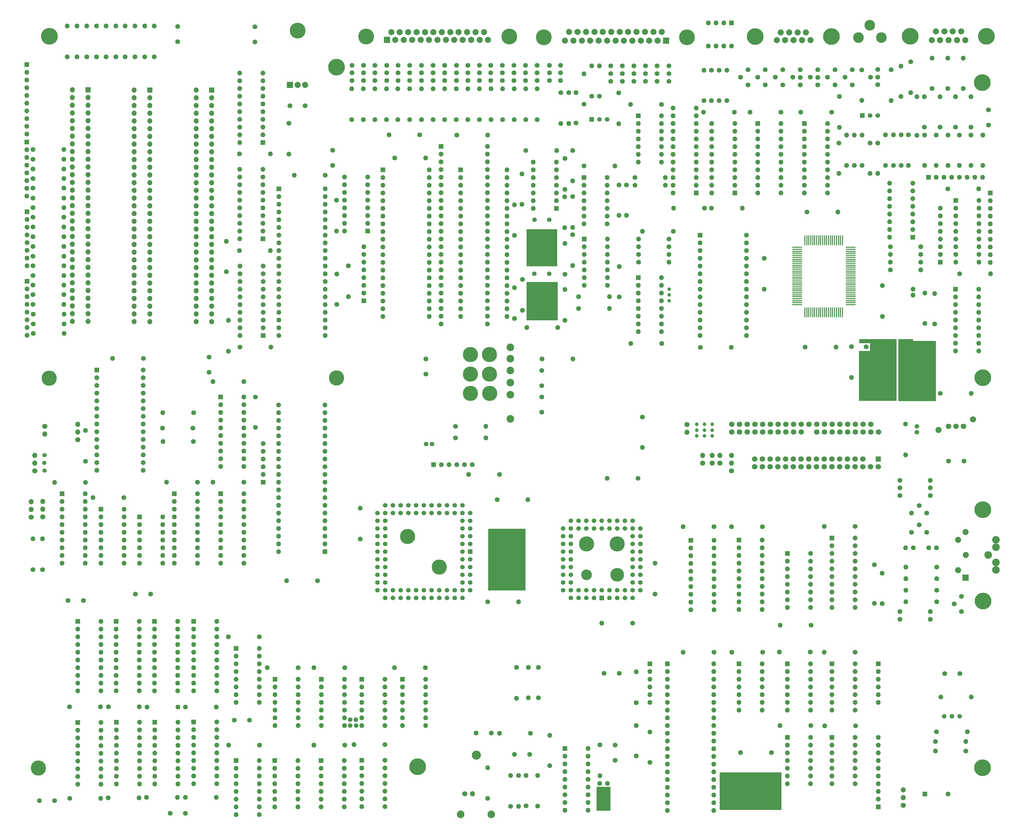
<source format=gbr>
%TF.GenerationSoftware,KiCad,Pcbnew,8.0.0*%
%TF.CreationDate,2024-03-10T17:08:53+00:00*%
%TF.ProjectId,Commodore PC10 III,436f6d6d-6f64-46f7-9265-205043313020,1.0*%
%TF.SameCoordinates,Original*%
%TF.FileFunction,Soldermask,Top*%
%TF.FilePolarity,Negative*%
%FSLAX46Y46*%
G04 Gerber Fmt 4.6, Leading zero omitted, Abs format (unit mm)*
G04 Created by KiCad (PCBNEW 8.0.0) date 2024-03-10 17:08:53*
%MOMM*%
%LPD*%
G01*
G04 APERTURE LIST*
G04 Aperture macros list*
%AMRoundRect*
0 Rectangle with rounded corners*
0 $1 Rounding radius*
0 $2 $3 $4 $5 $6 $7 $8 $9 X,Y pos of 4 corners*
0 Add a 4 corners polygon primitive as box body*
4,1,4,$2,$3,$4,$5,$6,$7,$8,$9,$2,$3,0*
0 Add four circle primitives for the rounded corners*
1,1,$1+$1,$2,$3*
1,1,$1+$1,$4,$5*
1,1,$1+$1,$6,$7*
1,1,$1+$1,$8,$9*
0 Add four rect primitives between the rounded corners*
20,1,$1+$1,$2,$3,$4,$5,0*
20,1,$1+$1,$4,$5,$6,$7,0*
20,1,$1+$1,$6,$7,$8,$9,0*
20,1,$1+$1,$8,$9,$2,$3,0*%
G04 Aperture macros list end*
%ADD10C,0.150000*%
%ADD11C,1.600000*%
%ADD12O,1.600000X1.600000*%
%ADD13R,1.600000X1.600000*%
%ADD14C,1.700000*%
%ADD15O,1.700000X1.700000*%
%ADD16C,2.000000*%
%ADD17C,5.500000*%
%ADD18R,2.000000X2.000000*%
%ADD19O,2.000000X2.000000*%
%ADD20O,2.500000X2.500000*%
%ADD21C,1.500000*%
%ADD22C,5.000000*%
%ADD23R,1.800000X1.800000*%
%ADD24C,1.800000*%
%ADD25C,1.200000*%
%ADD26R,1.700000X1.700000*%
%ADD27C,3.500000*%
%ADD28C,5.200000*%
%ADD29C,1.400000*%
%ADD30R,1.500000X1.500000*%
%ADD31C,2.500000*%
%ADD32C,4.500000*%
%ADD33C,3.000000*%
%ADD34RoundRect,0.100000X1.512500X0.100000X-1.512500X0.100000X-1.512500X-0.100000X1.512500X-0.100000X0*%
%ADD35RoundRect,0.100000X-0.100000X1.512500X-0.100000X-1.512500X0.100000X-1.512500X0.100000X1.512500X0*%
G04 APERTURE END LIST*
D10*
X397170000Y-179970000D02*
X401850000Y-179970000D01*
X401850000Y-180560000D01*
X397170000Y-180560000D01*
X397170000Y-179970000D01*
G36*
X397170000Y-179970000D02*
G01*
X401850000Y-179970000D01*
X401850000Y-180560000D01*
X397170000Y-180560000D01*
X397170000Y-179970000D01*
G37*
X274880000Y-143790000D02*
X284840000Y-143790000D01*
X284840000Y-155870000D01*
X274880000Y-155870000D01*
X274880000Y-143790000D01*
G36*
X274880000Y-143790000D02*
G01*
X284840000Y-143790000D01*
X284840000Y-155870000D01*
X274880000Y-155870000D01*
X274880000Y-143790000D01*
G37*
X262270000Y-242360000D02*
X274450000Y-242360000D01*
X274450000Y-262480000D01*
X262270000Y-262480000D01*
X262270000Y-242360000D01*
G36*
X262270000Y-242360000D02*
G01*
X274450000Y-242360000D01*
X274450000Y-262480000D01*
X262270000Y-262480000D01*
X262270000Y-242360000D01*
G37*
X384260000Y-183825000D02*
X387920000Y-183825000D01*
X387920000Y-200155000D01*
X384260000Y-200155000D01*
X384260000Y-183825000D01*
G36*
X384260000Y-183825000D02*
G01*
X387920000Y-183825000D01*
X387920000Y-200155000D01*
X384260000Y-200155000D01*
X384260000Y-183825000D01*
G37*
X338420000Y-322530000D02*
X358590000Y-322530000D01*
X358590000Y-334770000D01*
X338420000Y-334770000D01*
X338420000Y-322530000D01*
G36*
X338420000Y-322530000D02*
G01*
X358590000Y-322530000D01*
X358590000Y-334770000D01*
X338420000Y-334770000D01*
X338420000Y-322530000D01*
G37*
X387870000Y-181190000D02*
X396430000Y-181190000D01*
X396430000Y-200155000D01*
X387870000Y-200155000D01*
X387870000Y-181190000D01*
G36*
X387870000Y-181190000D02*
G01*
X396430000Y-181190000D01*
X396430000Y-200155000D01*
X387870000Y-200155000D01*
X387870000Y-181190000D01*
G37*
X397170000Y-180560000D02*
X409380000Y-180560000D01*
X409380000Y-200170000D01*
X397170000Y-200170000D01*
X397170000Y-180560000D01*
G36*
X397170000Y-180560000D02*
G01*
X409380000Y-180560000D01*
X409380000Y-200170000D01*
X397170000Y-200170000D01*
X397170000Y-180560000D01*
G37*
X274960000Y-161130000D02*
X284990000Y-161130000D01*
X284990000Y-173620000D01*
X274960000Y-173620000D01*
X274960000Y-161130000D01*
G36*
X274960000Y-161130000D02*
G01*
X284990000Y-161130000D01*
X284990000Y-173620000D01*
X274960000Y-173620000D01*
X274960000Y-161130000D01*
G37*
X297960000Y-327310000D02*
X302350000Y-327310000D01*
X302350000Y-334990000D01*
X297960000Y-334990000D01*
X297960000Y-327310000D01*
G36*
X297960000Y-327310000D02*
G01*
X302350000Y-327310000D01*
X302350000Y-334990000D01*
X297960000Y-334990000D01*
X297960000Y-327310000D01*
G37*
X384270000Y-179970000D02*
X396430000Y-179970000D01*
X396430000Y-181190000D01*
X384270000Y-181190000D01*
X384270000Y-179970000D01*
G36*
X384270000Y-179970000D02*
G01*
X396430000Y-179970000D01*
X396430000Y-181190000D01*
X384270000Y-181190000D01*
X384270000Y-179970000D01*
G37*
D11*
%TO.C,C744*%
X137260000Y-330850000D03*
D12*
X147420000Y-330850000D03*
%TD*%
D11*
%TO.C,R504*%
X397580000Y-226330000D03*
D12*
X407580000Y-226330000D03*
%TD*%
D11*
%TO.C,R690*%
X196720000Y-108860000D03*
D12*
X196720000Y-119020000D03*
%TD*%
D11*
%TO.C,C701*%
X220100000Y-245700000D03*
D12*
X220100000Y-235540000D03*
%TD*%
D11*
%TO.C,R105*%
X409250000Y-312290000D03*
D12*
X419250000Y-312290000D03*
%TD*%
D11*
%TO.C,FB605*%
X418390000Y-97400000D03*
D12*
X418390000Y-87400000D03*
%TD*%
D11*
%TO.C,R605*%
X398020000Y-122690000D03*
D12*
X398020000Y-112690000D03*
%TD*%
D11*
%TO.C,EMI425*%
X282380000Y-94770000D03*
X282380000Y-92230000D03*
X282380000Y-89770000D03*
%TD*%
%TO.C,R402*%
X269620000Y-333650000D03*
D12*
X269620000Y-323490000D03*
%TD*%
D11*
%TO.C,C725*%
X187060000Y-313470000D03*
D12*
X176900000Y-313470000D03*
%TD*%
D11*
%TO.C,C534*%
X112530000Y-136610000D03*
D12*
X122690000Y-136610000D03*
%TD*%
D13*
%TO.C,U109*%
X174290000Y-230770000D03*
D12*
X174290000Y-233310000D03*
X174290000Y-235850000D03*
X174290000Y-238390000D03*
X174290000Y-240930000D03*
X174290000Y-243470000D03*
X174290000Y-246010000D03*
X174290000Y-248550000D03*
X174290000Y-251090000D03*
X174290000Y-253630000D03*
X181910000Y-253630000D03*
X181910000Y-251090000D03*
X181910000Y-248550000D03*
X181910000Y-246010000D03*
X181910000Y-243470000D03*
X181910000Y-240930000D03*
X181910000Y-238390000D03*
X181910000Y-235850000D03*
X181910000Y-233310000D03*
X181910000Y-230770000D03*
%TD*%
D11*
%TO.C,EMI403*%
X270700000Y-94780000D03*
X270700000Y-92240000D03*
X270700000Y-89780000D03*
%TD*%
%TO.C,C412*%
X263120000Y-107660000D03*
D12*
X263120000Y-97500000D03*
%TD*%
D11*
%TO.C,C427*%
X270860000Y-145720000D03*
D12*
X270860000Y-135720000D03*
%TD*%
D11*
%TO.C,R603*%
X385064000Y-91300000D03*
D12*
X385064000Y-101300000D03*
%TD*%
D14*
%TO.C,JMP206*%
X335890000Y-220660000D03*
D15*
X335890000Y-218120000D03*
%TD*%
D11*
%TO.C,R604*%
X395450000Y-122690000D03*
D12*
X395450000Y-112690000D03*
%TD*%
D16*
%TO.C,CN601*%
X419140000Y-81480000D03*
X416370000Y-81480000D03*
X413600000Y-81480000D03*
X410830000Y-81480000D03*
X408060000Y-81480000D03*
X417755000Y-78640000D03*
X414985000Y-78640000D03*
D17*
X426080000Y-80220000D03*
D16*
X412215000Y-78640000D03*
D17*
X400970000Y-80210000D03*
D16*
X409445000Y-78640000D03*
%TD*%
D11*
%TO.C,R601*%
X387810000Y-115360000D03*
D12*
X387810000Y-125360000D03*
%TD*%
D11*
%TO.C,C533*%
X112520000Y-139770000D03*
D12*
X122680000Y-139770000D03*
%TD*%
D11*
%TO.C,C743*%
X124610000Y-330970000D03*
D12*
X134770000Y-330970000D03*
%TD*%
D18*
%TO.C,CN102*%
X419190000Y-258400000D03*
D19*
X419250000Y-250910000D03*
X419200000Y-243350000D03*
X416740000Y-255870000D03*
X416700000Y-245880000D03*
D20*
X426640000Y-250880000D03*
X429190000Y-245880000D03*
X429190000Y-248350000D03*
X429190000Y-253360000D03*
X429190000Y-255830000D03*
%TD*%
D11*
%TO.C,C104*%
X409690000Y-254870000D03*
D12*
X399530000Y-254870000D03*
%TD*%
D11*
%TO.C,C111*%
X216240000Y-155770000D03*
D12*
X216240000Y-165930000D03*
%TD*%
D13*
%TO.C,U111*%
X311540000Y-106390000D03*
D12*
X311540000Y-108930000D03*
X311540000Y-111470000D03*
X311540000Y-114010000D03*
X311540000Y-116550000D03*
X311540000Y-119090000D03*
X311540000Y-121630000D03*
X319160000Y-121630000D03*
X319160000Y-119090000D03*
X319160000Y-116550000D03*
X319160000Y-114010000D03*
X319160000Y-111470000D03*
X319160000Y-108930000D03*
X319160000Y-106390000D03*
%TD*%
D11*
%TO.C,C520*%
X152420000Y-87020000D03*
D12*
X152420000Y-76860000D03*
%TD*%
D11*
%TO.C,C525*%
X112560000Y-165260000D03*
D12*
X122720000Y-165260000D03*
%TD*%
D11*
%TO.C,FB601*%
X165270000Y-213600000D03*
D12*
X155270000Y-213600000D03*
%TD*%
D11*
%TO.C,C723*%
X142430000Y-232030000D03*
D12*
X132270000Y-232030000D03*
%TD*%
D21*
%TO.C,*%
X218740000Y-305140000D03*
%TD*%
D11*
%TO.C,C518*%
X146050000Y-87020000D03*
D12*
X146050000Y-76860000D03*
%TD*%
D11*
%TO.C,C539*%
X112550000Y-120660000D03*
D12*
X122710000Y-120660000D03*
%TD*%
D11*
%TO.C,C604*%
X421000000Y-112770000D03*
D12*
X421000000Y-122770000D03*
%TD*%
D11*
%TO.C,C745*%
X149900000Y-330700000D03*
D12*
X160060000Y-330700000D03*
%TD*%
D11*
%TO.C,C521*%
X112590000Y-178020000D03*
D12*
X122750000Y-178020000D03*
%TD*%
D11*
%TO.C,R202*%
X310910000Y-299470000D03*
D12*
X310910000Y-289310000D03*
%TD*%
D13*
%TO.C,OSC601*%
X407050000Y-197690000D03*
D11*
X407050000Y-182450000D03*
X399430000Y-182450000D03*
X399430000Y-197690000D03*
%TD*%
D13*
%TO.C,U204*%
X344700000Y-246000000D03*
D12*
X344700000Y-248540000D03*
X344700000Y-251080000D03*
X344700000Y-253620000D03*
X344700000Y-256160000D03*
X344700000Y-258700000D03*
X344700000Y-261240000D03*
X344700000Y-263780000D03*
X344700000Y-266320000D03*
X344700000Y-268860000D03*
X352320000Y-268860000D03*
X352320000Y-266320000D03*
X352320000Y-263780000D03*
X352320000Y-261240000D03*
X352320000Y-258700000D03*
X352320000Y-256160000D03*
X352320000Y-253620000D03*
X352320000Y-251080000D03*
X352320000Y-248540000D03*
X352320000Y-246000000D03*
%TD*%
D11*
%TO.C,C519*%
X149250000Y-87020000D03*
D12*
X149250000Y-76860000D03*
%TD*%
D11*
%TO.C,CB407*%
X274550000Y-117790000D03*
D12*
X284710000Y-117790000D03*
%TD*%
D11*
%TO.C,C110*%
X255790000Y-224420000D03*
D12*
X265950000Y-224420000D03*
%TD*%
D11*
%TO.C,C800*%
X228260000Y-313320000D03*
D12*
X218100000Y-313320000D03*
%TD*%
D11*
%TO.C,C507*%
X160070000Y-81980000D03*
X160070000Y-76980000D03*
%TD*%
D13*
%TO.C,U304*%
X122130000Y-230750000D03*
D12*
X122130000Y-233290000D03*
X122130000Y-235830000D03*
X122130000Y-238370000D03*
X122130000Y-240910000D03*
X122130000Y-243450000D03*
X122130000Y-245990000D03*
X122130000Y-248530000D03*
X122130000Y-251070000D03*
X122130000Y-253610000D03*
X129750000Y-253610000D03*
X129750000Y-251070000D03*
X129750000Y-248530000D03*
X129750000Y-245990000D03*
X129750000Y-243450000D03*
X129750000Y-240910000D03*
X129750000Y-238370000D03*
X129750000Y-235830000D03*
X129750000Y-233290000D03*
X129750000Y-230750000D03*
%TD*%
D11*
%TO.C,C415*%
X251710000Y-107660000D03*
D12*
X251710000Y-97500000D03*
%TD*%
D11*
%TO.C,C768*%
X367020000Y-138070000D03*
D12*
X377180000Y-138070000D03*
%TD*%
D11*
%TO.C,R103*%
X397610000Y-272060000D03*
D12*
X407610000Y-272060000D03*
%TD*%
D11*
%TO.C,R108*%
X212360000Y-134190000D03*
D12*
X212360000Y-144350000D03*
%TD*%
D22*
%TO.C,*%
X304650000Y-247290000D03*
%TD*%
D11*
%TO.C,R413*%
X305300000Y-166010000D03*
D12*
X305300000Y-156010000D03*
%TD*%
D21*
%TO.C,XTAL4*%
X282320000Y-140580000D03*
X277420000Y-140580000D03*
%TD*%
D11*
%TO.C,C776*%
X231480000Y-120290000D03*
D12*
X241640000Y-120290000D03*
%TD*%
D13*
%TO.C,U310*%
X139920000Y-305980000D03*
D12*
X139920000Y-308520000D03*
X139920000Y-311060000D03*
X139920000Y-313600000D03*
X139920000Y-316140000D03*
X139920000Y-318680000D03*
X139920000Y-321220000D03*
X139920000Y-323760000D03*
X139920000Y-326300000D03*
X147540000Y-326300000D03*
X147540000Y-323760000D03*
X147540000Y-321220000D03*
X147540000Y-318680000D03*
X147540000Y-316140000D03*
X147540000Y-313600000D03*
X147540000Y-311060000D03*
X147540000Y-308520000D03*
X147540000Y-305980000D03*
%TD*%
D11*
%TO.C,R109*%
X185720000Y-198960000D03*
D12*
X185720000Y-208960000D03*
%TD*%
D11*
%TO.C,CB608*%
X333360000Y-136820000D03*
D12*
X323200000Y-136820000D03*
%TD*%
D11*
%TO.C,C202*%
X271530000Y-287920000D03*
D12*
X271530000Y-298080000D03*
%TD*%
D11*
%TO.C,FB606*%
X420940000Y-110090000D03*
D12*
X420940000Y-100090000D03*
%TD*%
D11*
%TO.C,R645*%
X403191600Y-112806200D03*
D12*
X403191600Y-100106200D03*
%TD*%
D11*
%TO.C,C535*%
X112520000Y-133440000D03*
D12*
X122680000Y-133440000D03*
%TD*%
D11*
%TO.C,C761*%
X291910000Y-169800000D03*
D12*
X302070000Y-169800000D03*
%TD*%
D17*
%TO.C,*%
X117980000Y-80230000D03*
%TD*%
D11*
%TO.C,R407*%
X290030000Y-145520000D03*
D12*
X290030000Y-155680000D03*
%TD*%
D11*
%TO.C,C524*%
X112560000Y-168420000D03*
D12*
X122720000Y-168420000D03*
%TD*%
D11*
%TO.C,R626*%
X321640000Y-146940000D03*
D12*
X311640000Y-146940000D03*
%TD*%
D11*
%TO.C,EMI408*%
X251770000Y-94780000D03*
X251770000Y-92240000D03*
X251770000Y-89780000D03*
%TD*%
%TO.C,C770*%
X331990000Y-182560000D03*
D12*
X342150000Y-182560000D03*
%TD*%
D13*
%TO.C,RP502*%
X110510000Y-115010000D03*
D12*
X110510000Y-117550000D03*
X110510000Y-120090000D03*
X110510000Y-122630000D03*
X110510000Y-125170000D03*
X110510000Y-127710000D03*
X110510000Y-130250000D03*
X110510000Y-132790000D03*
%TD*%
D11*
%TO.C,C543*%
X258220000Y-309520000D03*
X263220000Y-309520000D03*
%TD*%
D21*
%TO.C,*%
X216850000Y-305130000D03*
%TD*%
D11*
%TO.C,R206*%
X275400000Y-287920000D03*
D12*
X275400000Y-297920000D03*
%TD*%
D11*
%TO.C,R204*%
X397580000Y-228850000D03*
D12*
X407580000Y-228850000D03*
%TD*%
D13*
%TO.C,U104*%
X188160000Y-115160000D03*
D12*
X188160000Y-112620000D03*
X188160000Y-110080000D03*
X188160000Y-107540000D03*
X188160000Y-105000000D03*
X188160000Y-102460000D03*
X188160000Y-99920000D03*
X188160000Y-97380000D03*
X188160000Y-94840000D03*
X188160000Y-92300000D03*
X180540000Y-92300000D03*
X180540000Y-94840000D03*
X180540000Y-97380000D03*
X180540000Y-99920000D03*
X180540000Y-102460000D03*
X180540000Y-105000000D03*
X180540000Y-107540000D03*
X180540000Y-110080000D03*
X180540000Y-112620000D03*
X180540000Y-115160000D03*
%TD*%
D13*
%TO.C,RP604*%
X427278800Y-131760000D03*
D12*
X427278800Y-134300000D03*
X427278800Y-136840000D03*
X427278800Y-139380000D03*
X427278800Y-141920000D03*
X427278800Y-144460000D03*
X427278800Y-147000000D03*
X427278800Y-149540000D03*
X427278800Y-152080000D03*
X427278800Y-154620000D03*
%TD*%
D11*
%TO.C,C608*%
X409580000Y-112770000D03*
D12*
X409580000Y-122770000D03*
%TD*%
D11*
%TO.C,F401*%
X293700000Y-102610000D03*
D12*
X293700000Y-92610000D03*
%TD*%
D23*
%TO.C,CN201*%
X390480000Y-219300000D03*
D24*
X390480000Y-221840000D03*
X387940000Y-221840000D03*
X385400000Y-219300000D03*
X385400000Y-221840000D03*
X382860000Y-219300000D03*
X382860000Y-221840000D03*
X380320000Y-219300000D03*
X380320000Y-221840000D03*
X377780000Y-219300000D03*
X377780000Y-221840000D03*
X375240000Y-219300000D03*
X375240000Y-221840000D03*
X372700000Y-219300000D03*
X372700000Y-221840000D03*
X370160000Y-219300000D03*
X370160000Y-221840000D03*
X367620000Y-219300000D03*
X367620000Y-221840000D03*
X365080000Y-219300000D03*
X365080000Y-221840000D03*
X362540000Y-219300000D03*
X362540000Y-221840000D03*
X360000000Y-219300000D03*
X360000000Y-221840000D03*
X357460000Y-219300000D03*
X357460000Y-221840000D03*
X354920000Y-219300000D03*
X354920000Y-221840000D03*
X352380000Y-219300000D03*
X352380000Y-221840000D03*
X349840000Y-219300000D03*
X349840000Y-221840000D03*
%TD*%
D11*
%TO.C,R602*%
X390330000Y-115360000D03*
D12*
X390330000Y-125360000D03*
%TD*%
D11*
%TO.C,EMI411*%
X240250000Y-94780000D03*
X240250000Y-92240000D03*
X240250000Y-89780000D03*
%TD*%
%TO.C,C426*%
X273350000Y-135550000D03*
D12*
X273350000Y-125550000D03*
%TD*%
D11*
%TO.C,CR405*%
X291080000Y-108790000D03*
D12*
X291080000Y-98790000D03*
%TD*%
D11*
%TO.C,C552*%
X170435000Y-185785000D03*
X170435000Y-190785000D03*
%TD*%
D21*
%TO.C,Q101*%
X412140000Y-304017308D03*
X414680000Y-304017308D03*
X417220000Y-304017308D03*
%TD*%
D11*
%TO.C,R620*%
X385191000Y-122710000D03*
D12*
X385191000Y-112710000D03*
%TD*%
D11*
%TO.C,C710*%
X148890000Y-186270000D03*
D12*
X138730000Y-186270000D03*
%TD*%
D11*
%TO.C,C611*%
X310440000Y-126680000D03*
D12*
X320440000Y-126680000D03*
%TD*%
D13*
%TO.C,U312*%
X165360000Y-305890000D03*
D12*
X165360000Y-308430000D03*
X165360000Y-310970000D03*
X165360000Y-313510000D03*
X165360000Y-316050000D03*
X165360000Y-318590000D03*
X165360000Y-321130000D03*
X165360000Y-323670000D03*
X165360000Y-326210000D03*
X172980000Y-326210000D03*
X172980000Y-323670000D03*
X172980000Y-321130000D03*
X172980000Y-318590000D03*
X172980000Y-316050000D03*
X172980000Y-313510000D03*
X172980000Y-310970000D03*
X172980000Y-308430000D03*
X172980000Y-305890000D03*
%TD*%
D11*
%TO.C,C508*%
X279930000Y-186360000D03*
D12*
X290090000Y-186360000D03*
%TD*%
D15*
%TO.C,CN504*%
X115710000Y-233340000D03*
X115710000Y-235880000D03*
D14*
X115710000Y-238420000D03*
%TD*%
D11*
%TO.C,R414*%
X305190000Y-129140000D03*
D12*
X305190000Y-139140000D03*
%TD*%
%TO.C,*%
X401960000Y-165370000D03*
%TD*%
D11*
%TO.C,FB105*%
X212450000Y-168470000D03*
D12*
X212450000Y-158470000D03*
%TD*%
D11*
%TO.C,FB603*%
X381660000Y-182350000D03*
D12*
X381660000Y-192510000D03*
%TD*%
D13*
%TO.C,RP203*%
X390450000Y-333840000D03*
D12*
X390450000Y-331300000D03*
X390450000Y-328760000D03*
X390450000Y-326220000D03*
X390450000Y-323680000D03*
X390450000Y-321140000D03*
X390450000Y-318600000D03*
X390450000Y-316060000D03*
X390450000Y-313520000D03*
X390450000Y-310980000D03*
%TD*%
D11*
%TO.C,C612*%
X310440000Y-129210000D03*
D12*
X320440000Y-129210000D03*
%TD*%
D11*
%TO.C,C422*%
X225000000Y-107680000D03*
D12*
X225000000Y-97520000D03*
%TD*%
D13*
%TO.C,U605*%
X415980000Y-134240000D03*
D12*
X415980000Y-136780000D03*
X415980000Y-139320000D03*
X415980000Y-141860000D03*
X415980000Y-144400000D03*
X415980000Y-146940000D03*
X415980000Y-149480000D03*
X415980000Y-152020000D03*
X415980000Y-154560000D03*
X423600000Y-154560000D03*
X423600000Y-152020000D03*
X423600000Y-149480000D03*
X423600000Y-146940000D03*
X423600000Y-144400000D03*
X423600000Y-141860000D03*
X423600000Y-139320000D03*
X423600000Y-136780000D03*
X423600000Y-134240000D03*
%TD*%
D11*
%TO.C,R501*%
X251440000Y-212360000D03*
D12*
X261440000Y-212360000D03*
%TD*%
D11*
%TO.C,C402*%
X303970000Y-313480000D03*
X303970000Y-318480000D03*
%TD*%
%TO.C,EMI410*%
X244070000Y-94780000D03*
X244070000Y-92240000D03*
X244070000Y-89780000D03*
%TD*%
%TO.C,R410*%
X305130000Y-98810000D03*
D12*
X305130000Y-108970000D03*
%TD*%
D11*
%TO.C,R625*%
X394500000Y-157100000D03*
D12*
X404500000Y-157100000D03*
%TD*%
D13*
%TO.C,RP504*%
X110610000Y-160860000D03*
D12*
X110610000Y-163400000D03*
X110610000Y-165940000D03*
X110610000Y-168480000D03*
X110610000Y-171020000D03*
X110610000Y-173560000D03*
X110610000Y-176100000D03*
X110610000Y-178640000D03*
%TD*%
D13*
%TO.C,RP303*%
X220675000Y-291810000D03*
D12*
X220675000Y-294350000D03*
X220675000Y-296890000D03*
X220675000Y-299430000D03*
X220675000Y-301970000D03*
X220675000Y-304510000D03*
X220675000Y-307050000D03*
X228295000Y-307050000D03*
X228295000Y-304510000D03*
X228295000Y-301970000D03*
X228295000Y-299430000D03*
X228295000Y-296890000D03*
X228295000Y-294350000D03*
X228295000Y-291810000D03*
%TD*%
D11*
%TO.C,R502*%
X176110000Y-157670000D03*
D12*
X176110000Y-147670000D03*
%TD*%
D11*
%TO.C,C411*%
X266950000Y-107660000D03*
D12*
X266950000Y-97500000D03*
%TD*%
D11*
%TO.C,R622*%
X400420000Y-112690000D03*
D12*
X400420000Y-122690000D03*
%TD*%
D11*
%TO.C,R403*%
X287460000Y-173720000D03*
D12*
X287460000Y-163560000D03*
%TD*%
%TO.C,RP201*%
X390510000Y-299440000D03*
X390510000Y-296900000D03*
X390510000Y-294360000D03*
X390510000Y-291820000D03*
X390510000Y-289280000D03*
D13*
X390510000Y-286740000D03*
%TD*%
D11*
%TO.C,C767*%
X352960000Y-153290000D03*
D12*
X352960000Y-163450000D03*
%TD*%
D22*
%TO.C,*%
X246150000Y-254910000D03*
%TD*%
D11*
%TO.C,FB607*%
X415850000Y-110090000D03*
D12*
X415850000Y-100090000D03*
%TD*%
D11*
%TO.C,EMI607*%
X347630000Y-96230000D03*
X345210000Y-93710000D03*
X347630000Y-91230000D03*
%TD*%
%TO.C,C540*%
X112550000Y-117480000D03*
D12*
X122710000Y-117480000D03*
%TD*%
D13*
%TO.C,RP301*%
X147540000Y-238390000D03*
D12*
X147540000Y-240930000D03*
X147540000Y-243470000D03*
X147540000Y-246010000D03*
X147540000Y-248550000D03*
X147540000Y-251090000D03*
X147540000Y-253630000D03*
X155160000Y-253630000D03*
X155160000Y-251090000D03*
X155160000Y-248550000D03*
X155160000Y-246010000D03*
X155160000Y-243470000D03*
X155160000Y-240930000D03*
X155160000Y-238390000D03*
%TD*%
D13*
%TO.C,U316*%
X220620000Y-318450000D03*
D12*
X220620000Y-320990000D03*
X220620000Y-323530000D03*
X220620000Y-326070000D03*
X220620000Y-328610000D03*
X220620000Y-331150000D03*
X220620000Y-333690000D03*
X228240000Y-333690000D03*
X228240000Y-331150000D03*
X228240000Y-328610000D03*
X228240000Y-326070000D03*
X228240000Y-323530000D03*
X228240000Y-320990000D03*
X228240000Y-318450000D03*
%TD*%
D15*
%TO.C,CN101*%
X398690000Y-328190000D03*
X398690000Y-330730000D03*
D14*
X398690000Y-333270000D03*
%TD*%
D11*
%TO.C,C714*%
X336500000Y-241580000D03*
D12*
X326340000Y-241580000D03*
%TD*%
D11*
%TO.C,C530*%
X112530000Y-149360000D03*
D12*
X122690000Y-149360000D03*
%TD*%
D11*
%TO.C,C603*%
X405710000Y-112770000D03*
D12*
X405710000Y-122770000D03*
%TD*%
D15*
%TO.C,JMP301*%
X127230000Y-207935000D03*
X127230000Y-210475000D03*
D14*
X127230000Y-213015000D03*
%TD*%
D11*
%TO.C,C601*%
X307700000Y-129140000D03*
D12*
X307700000Y-139140000D03*
%TD*%
D11*
%TO.C,R629*%
X404500000Y-154525600D03*
D12*
X394500000Y-154525600D03*
%TD*%
D11*
%TO.C,R422*%
X287410000Y-120460000D03*
D12*
X287410000Y-130620000D03*
%TD*%
D25*
%TO.C,PAD202*%
X333330000Y-211710000D03*
X333330000Y-209840000D03*
X333330000Y-207910000D03*
%TD*%
D11*
%TO.C,C717*%
X368160000Y-282870000D03*
D12*
X358000000Y-282870000D03*
%TD*%
D15*
%TO.C,CN501*%
X166190000Y-97950000D03*
X166190000Y-100490000D03*
X166190000Y-103030000D03*
X166190000Y-105570000D03*
X166190000Y-108110000D03*
X166190000Y-110650000D03*
X166190000Y-113190000D03*
X166190000Y-115730000D03*
X166190000Y-118270000D03*
X166190000Y-120810000D03*
X166190000Y-123350000D03*
X166190000Y-125890000D03*
X166190000Y-128430000D03*
X166190000Y-130970000D03*
X166190000Y-133510000D03*
X166190000Y-136050000D03*
X166190000Y-138590000D03*
X166190000Y-141130000D03*
X166190000Y-143670000D03*
X166190000Y-146210000D03*
X166190000Y-148750000D03*
X166190000Y-151290000D03*
X166190000Y-153830000D03*
X166190000Y-156370000D03*
X166190000Y-158910000D03*
X166190000Y-161450000D03*
X166190000Y-163990000D03*
X166190000Y-166530000D03*
X166190000Y-169070000D03*
X166190000Y-171610000D03*
X166190000Y-174150000D03*
D26*
X171320000Y-97950000D03*
D15*
X171320000Y-100490000D03*
X171320000Y-103030000D03*
X171320000Y-105570000D03*
X171320000Y-108110000D03*
X171320000Y-110650000D03*
X171320000Y-113190000D03*
X171320000Y-115730000D03*
X171320000Y-118270000D03*
X171320000Y-120810000D03*
X171320000Y-123350000D03*
X171320000Y-125890000D03*
X171320000Y-128430000D03*
X171320000Y-130970000D03*
X171320000Y-133510000D03*
X171320000Y-136050000D03*
X171320000Y-138590000D03*
X171320000Y-141130000D03*
X171320000Y-143670000D03*
X171320000Y-146210000D03*
X171320000Y-148750000D03*
X171320000Y-151290000D03*
X171320000Y-153830000D03*
X171320000Y-156370000D03*
X171320000Y-158910000D03*
X171320000Y-161450000D03*
X171320000Y-163990000D03*
X171320000Y-166530000D03*
X171320000Y-169070000D03*
X171320000Y-171610000D03*
X171320000Y-174150000D03*
%TD*%
D11*
%TO.C,C706*%
X180390000Y-150720000D03*
D12*
X190550000Y-150720000D03*
%TD*%
D11*
%TO.C,R641*%
X312900000Y-205490000D03*
D12*
X312900000Y-215490000D03*
%TD*%
D11*
%TO.C,EMI614*%
X390340000Y-96180000D03*
X387920000Y-93660000D03*
X390340000Y-93720000D03*
X390340000Y-91180000D03*
%TD*%
%TO.C,C777*%
X319300000Y-181350000D03*
D12*
X309140000Y-181350000D03*
%TD*%
D11*
%TO.C,FB608*%
X413310000Y-97400000D03*
D12*
X413310000Y-87400000D03*
%TD*%
D11*
%TO.C,CB111*%
X319200000Y-102640000D03*
D12*
X309040000Y-102640000D03*
%TD*%
D11*
%TO.C,R411*%
X282420000Y-320270000D03*
D12*
X282420000Y-310270000D03*
%TD*%
D11*
%TO.C,C769*%
X391810000Y-162240000D03*
D12*
X391810000Y-172400000D03*
%TD*%
D11*
%TO.C,C712*%
X382910000Y-241540000D03*
D12*
X372750000Y-241540000D03*
%TD*%
D13*
%TO.C,SWTCH601*%
X342270000Y-75800000D03*
D12*
X339730000Y-75800000D03*
X337190000Y-75800000D03*
X334650000Y-75800000D03*
X334650000Y-83420000D03*
X337190000Y-83420000D03*
X339730000Y-83420000D03*
X342270000Y-83420000D03*
%TD*%
D11*
%TO.C,C772*%
X375180000Y-105180000D03*
D12*
X365020000Y-105180000D03*
%TD*%
D11*
%TO.C,C420*%
X232540000Y-107670000D03*
D12*
X232540000Y-97510000D03*
%TD*%
D11*
%TO.C,C529*%
X112530000Y-152580000D03*
D12*
X122690000Y-152580000D03*
%TD*%
D11*
%TO.C,CR403*%
X298760000Y-99950000D03*
D12*
X298760000Y-89950000D03*
%TD*%
D11*
%TO.C,C401*%
X298970000Y-313390000D03*
D12*
X298970000Y-323550000D03*
%TD*%
D11*
%TO.C,R624*%
X311640000Y-152030000D03*
D12*
X321640000Y-152030000D03*
%TD*%
D11*
%TO.C,C526*%
X112550000Y-162120000D03*
D12*
X122710000Y-162120000D03*
%TD*%
D13*
%TO.C,U308*%
X127250000Y-272770000D03*
D12*
X127250000Y-275310000D03*
X127250000Y-277850000D03*
X127250000Y-280390000D03*
X127250000Y-282930000D03*
X127250000Y-285470000D03*
X127250000Y-288010000D03*
X127250000Y-290550000D03*
X127250000Y-293090000D03*
X127250000Y-295630000D03*
X134870000Y-295630000D03*
X134870000Y-293090000D03*
X134870000Y-290550000D03*
X134870000Y-288010000D03*
X134870000Y-285470000D03*
X134870000Y-282930000D03*
X134870000Y-280390000D03*
X134870000Y-277850000D03*
X134870000Y-275310000D03*
X134870000Y-272770000D03*
%TD*%
D11*
%TO.C,C542*%
X146185000Y-263805000D03*
X151185000Y-263805000D03*
%TD*%
%TO.C,C505*%
X185520000Y-77070000D03*
X185520000Y-82070000D03*
%TD*%
%TO.C,R616*%
X340700000Y-101370000D03*
D12*
X340700000Y-91370000D03*
%TD*%
D13*
%TO.C,U205*%
X328880000Y-246050000D03*
D12*
X328880000Y-248590000D03*
X328880000Y-251130000D03*
X328880000Y-253670000D03*
X328880000Y-256210000D03*
X328880000Y-258750000D03*
X328880000Y-261290000D03*
X328880000Y-263830000D03*
X328880000Y-266370000D03*
X328880000Y-268910000D03*
X336500000Y-268910000D03*
X336500000Y-266370000D03*
X336500000Y-263830000D03*
X336500000Y-261290000D03*
X336500000Y-258750000D03*
X336500000Y-256210000D03*
X336500000Y-253670000D03*
X336500000Y-251130000D03*
X336500000Y-248590000D03*
X336500000Y-246050000D03*
%TD*%
D11*
%TO.C,EMI412*%
X236420000Y-94780000D03*
X236420000Y-92240000D03*
X236420000Y-89780000D03*
%TD*%
D27*
%TO.C,*%
X294520000Y-257440000D03*
%TD*%
D11*
%TO.C,CR501*%
X251440000Y-208590000D03*
D12*
X261440000Y-208590000D03*
%TD*%
D11*
%TO.C,C548*%
X124085000Y-265875000D03*
X129085000Y-265875000D03*
%TD*%
%TO.C,C760*%
X291900000Y-165950000D03*
D12*
X302060000Y-165950000D03*
%TD*%
D11*
%TO.C,EMI402*%
X274520000Y-94780000D03*
X274520000Y-92240000D03*
X274520000Y-89780000D03*
%TD*%
D13*
%TO.C,RP302*%
X192000000Y-318600000D03*
D12*
X192000000Y-321140000D03*
X192000000Y-323680000D03*
X192000000Y-326220000D03*
X192000000Y-328760000D03*
X192000000Y-331300000D03*
X192000000Y-333840000D03*
X199620000Y-333840000D03*
X199620000Y-331300000D03*
X199620000Y-328760000D03*
X199620000Y-326220000D03*
X199620000Y-323680000D03*
X199620000Y-321140000D03*
X199620000Y-318600000D03*
%TD*%
D11*
%TO.C,CR201*%
X278700000Y-297930000D03*
D12*
X278700000Y-287930000D03*
%TD*%
D11*
%TO.C,R619*%
X382600200Y-122710000D03*
D12*
X382600200Y-112710000D03*
%TD*%
D11*
%TO.C,R101*%
X411080000Y-297660000D03*
D12*
X421080000Y-297660000D03*
%TD*%
D11*
%TO.C,C416*%
X247900000Y-107660000D03*
D12*
X247900000Y-97500000D03*
%TD*%
D18*
%TO.C,CN401*%
X228925000Y-81380000D03*
D16*
X231695000Y-81380000D03*
X234465000Y-81380000D03*
X237235000Y-81380000D03*
X240005000Y-81380000D03*
X242775000Y-81380000D03*
X245545000Y-81380000D03*
X248315000Y-81380000D03*
X251085000Y-81380000D03*
X253855000Y-81380000D03*
X256625000Y-81380000D03*
X259395000Y-81380000D03*
X262165000Y-81380000D03*
X230360000Y-78850000D03*
X233130000Y-78850000D03*
X235900000Y-78850000D03*
X238670000Y-78850000D03*
X241440000Y-78850000D03*
X244210000Y-78850000D03*
X246980000Y-78850000D03*
X249750000Y-78850000D03*
X252520000Y-78850000D03*
X255290000Y-78850000D03*
X258060000Y-78850000D03*
D28*
X222045000Y-80270000D03*
D16*
X260830000Y-78850000D03*
D28*
X269145000Y-80270000D03*
%TD*%
D17*
%TO.C,*%
X239000000Y-320600000D03*
%TD*%
D13*
%TO.C,U606*%
X415899600Y-163423600D03*
D12*
X415899600Y-165963600D03*
X415899600Y-168503600D03*
X415899600Y-171043600D03*
X415899600Y-173583600D03*
X415899600Y-176123600D03*
X415899600Y-178663600D03*
X415899600Y-181203600D03*
X415899600Y-183743600D03*
X423519600Y-183743600D03*
X423519600Y-181203600D03*
X423519600Y-178663600D03*
X423519600Y-176123600D03*
X423519600Y-173583600D03*
X423519600Y-171043600D03*
X423519600Y-168503600D03*
X423519600Y-165963600D03*
X423519600Y-163423600D03*
%TD*%
D11*
%TO.C,C538*%
X112550000Y-123900000D03*
D12*
X122710000Y-123900000D03*
%TD*%
D13*
%TO.C,RP602*%
X401870000Y-146320000D03*
D12*
X401870000Y-143780000D03*
X401870000Y-141240000D03*
X401870000Y-138700000D03*
X401870000Y-136160000D03*
X401870000Y-133620000D03*
X401870000Y-131080000D03*
X401870000Y-128540000D03*
X394250000Y-128540000D03*
X394250000Y-131080000D03*
X394250000Y-133620000D03*
X394250000Y-136160000D03*
X394250000Y-138700000D03*
X394250000Y-141240000D03*
X394250000Y-143780000D03*
X394250000Y-146320000D03*
%TD*%
D11*
%TO.C,C551*%
X211045000Y-117715000D03*
X211045000Y-122715000D03*
%TD*%
D17*
%TO.C,*%
X424880000Y-192590000D03*
%TD*%
D11*
%TO.C,EMI419*%
X302550000Y-95000000D03*
X302550000Y-92460000D03*
X302550000Y-90000000D03*
%TD*%
%TO.C,R607*%
X335660800Y-91370000D03*
D12*
X335660800Y-101370000D03*
%TD*%
D13*
%TO.C,U206*%
X375240000Y-310950000D03*
D12*
X375240000Y-313490000D03*
X375240000Y-316030000D03*
X375240000Y-318570000D03*
X375240000Y-321110000D03*
X375240000Y-323650000D03*
X375240000Y-326190000D03*
X382860000Y-326190000D03*
X382860000Y-323650000D03*
X382860000Y-321110000D03*
X382860000Y-318570000D03*
X382860000Y-316030000D03*
X382860000Y-313490000D03*
X382860000Y-310950000D03*
%TD*%
D11*
%TO.C,C405*%
X287430000Y-158520000D03*
D12*
X287430000Y-148360000D03*
%TD*%
D11*
%TO.C,C537*%
X112540000Y-127030000D03*
D12*
X122700000Y-127030000D03*
%TD*%
D11*
%TO.C,R412*%
X287400000Y-133020000D03*
D12*
X287400000Y-143180000D03*
%TD*%
D13*
%TO.C,U107*%
X158990000Y-230770000D03*
D12*
X158990000Y-233310000D03*
X158990000Y-235850000D03*
X158990000Y-238390000D03*
X158990000Y-240930000D03*
X158990000Y-243470000D03*
X158990000Y-246010000D03*
X158990000Y-248550000D03*
X158990000Y-251090000D03*
X158990000Y-253630000D03*
X166610000Y-253630000D03*
X166610000Y-251090000D03*
X166610000Y-248550000D03*
X166610000Y-246010000D03*
X166610000Y-243470000D03*
X166610000Y-240930000D03*
X166610000Y-238390000D03*
X166610000Y-235850000D03*
X166610000Y-233310000D03*
X166610000Y-230770000D03*
%TD*%
D11*
%TO.C,C425*%
X289980000Y-117800000D03*
D12*
X289980000Y-127800000D03*
%TD*%
D11*
%TO.C,C418*%
X240270000Y-107660000D03*
D12*
X240270000Y-97500000D03*
%TD*%
D11*
%TO.C,FB604*%
X408200000Y-97430000D03*
D12*
X408200000Y-87430000D03*
%TD*%
D11*
%TO.C,EMI407*%
X255520000Y-94780000D03*
X255520000Y-92240000D03*
X255520000Y-89780000D03*
%TD*%
%TO.C,C512*%
X126980000Y-87020000D03*
D12*
X126980000Y-76860000D03*
%TD*%
D11*
%TO.C,R408*%
X286080000Y-98790000D03*
D12*
X286080000Y-108950000D03*
%TD*%
D11*
%TO.C,C713*%
X352350000Y-241620000D03*
D12*
X342190000Y-241620000D03*
%TD*%
D11*
%TO.C,EMI102*%
X401420000Y-243460000D03*
X403940000Y-241040000D03*
X406420000Y-243460000D03*
%TD*%
D13*
%TO.C,U406*%
X246700000Y-116500000D03*
D12*
X246700000Y-119040000D03*
X246700000Y-121580000D03*
X246700000Y-124120000D03*
X246700000Y-126660000D03*
X246700000Y-129200000D03*
X246700000Y-131740000D03*
X246700000Y-134280000D03*
X246700000Y-136820000D03*
X246700000Y-139360000D03*
X246700000Y-141900000D03*
X246700000Y-144440000D03*
X246700000Y-146980000D03*
X246700000Y-149520000D03*
X246700000Y-152060000D03*
X246700000Y-154600000D03*
X246700000Y-157140000D03*
X246700000Y-159680000D03*
X246700000Y-162220000D03*
X246700000Y-164760000D03*
X246700000Y-167300000D03*
X246700000Y-169840000D03*
X246700000Y-172380000D03*
X246700000Y-174920000D03*
X261940000Y-174920000D03*
X261940000Y-172380000D03*
X261940000Y-169840000D03*
X261940000Y-167300000D03*
X261940000Y-164760000D03*
X261940000Y-162220000D03*
X261940000Y-159680000D03*
X261940000Y-157140000D03*
X261940000Y-154600000D03*
X261940000Y-152060000D03*
X261940000Y-149520000D03*
X261940000Y-146980000D03*
X261940000Y-144440000D03*
X261940000Y-141900000D03*
X261940000Y-139360000D03*
X261940000Y-136820000D03*
X261940000Y-134280000D03*
X261940000Y-131740000D03*
X261940000Y-129200000D03*
X261940000Y-126660000D03*
X261940000Y-124120000D03*
X261940000Y-121580000D03*
X261940000Y-119040000D03*
X261940000Y-116500000D03*
%TD*%
D14*
%TO.C,JMP690*%
X254545000Y-329470000D03*
D15*
X257085000Y-329470000D03*
%TD*%
D11*
%TO.C,EMI610*%
X359060000Y-96230000D03*
X356640000Y-93710000D03*
X359060000Y-91230000D03*
%TD*%
D21*
%TO.C,PAD101*%
X241785000Y-214460000D03*
X243725000Y-214460000D03*
%TD*%
D11*
%TO.C,C417*%
X244090000Y-107660000D03*
D12*
X244090000Y-97500000D03*
%TD*%
D11*
%TO.C,EMI423*%
X321620000Y-95000000D03*
X321620000Y-92460000D03*
X321620000Y-90000000D03*
%TD*%
D13*
%TO.C,U103*%
X208550000Y-249840000D03*
D12*
X208550000Y-247300000D03*
X208550000Y-244760000D03*
X208550000Y-242220000D03*
X208550000Y-239680000D03*
X208550000Y-237140000D03*
X208550000Y-234600000D03*
X208550000Y-232060000D03*
X208550000Y-229520000D03*
X208550000Y-226980000D03*
X208550000Y-224440000D03*
X208550000Y-221900000D03*
X208550000Y-219360000D03*
X208550000Y-216820000D03*
X208550000Y-214280000D03*
X208550000Y-211740000D03*
X208550000Y-209200000D03*
X208550000Y-206660000D03*
X208550000Y-204120000D03*
X208550000Y-201580000D03*
X193310000Y-201580000D03*
X193310000Y-204120000D03*
X193310000Y-206660000D03*
X193310000Y-209200000D03*
X193310000Y-211740000D03*
X193310000Y-214280000D03*
X193310000Y-216820000D03*
X193310000Y-219360000D03*
X193310000Y-221900000D03*
X193310000Y-224440000D03*
X193310000Y-226980000D03*
X193310000Y-229520000D03*
X193310000Y-232060000D03*
X193310000Y-234600000D03*
X193310000Y-237140000D03*
X193310000Y-239680000D03*
X193310000Y-242220000D03*
X193310000Y-244760000D03*
X193310000Y-247300000D03*
X193310000Y-249840000D03*
%TD*%
D13*
%TO.C,RP603*%
X407030000Y-126630000D03*
D12*
X409570000Y-126630000D03*
X412110000Y-126630000D03*
X414650000Y-126630000D03*
X417190000Y-126630000D03*
X419730000Y-126630000D03*
X422270000Y-126630000D03*
X424810000Y-126630000D03*
%TD*%
D11*
%TO.C,C201*%
X399450000Y-207860000D03*
D12*
X399450000Y-218020000D03*
%TD*%
D24*
%TO.C,SW501*%
X413600000Y-208590000D03*
D16*
X410310000Y-209760000D03*
D24*
X416050000Y-208590000D03*
D16*
X421620000Y-206330000D03*
D24*
X418510000Y-208590000D03*
%TD*%
D13*
%TO.C,U1*%
X360590000Y-286730000D03*
D12*
X360590000Y-289270000D03*
X360590000Y-291810000D03*
X360590000Y-294350000D03*
X360590000Y-296890000D03*
X360590000Y-299430000D03*
X360590000Y-301970000D03*
X368210000Y-301970000D03*
X368210000Y-299430000D03*
X368210000Y-296890000D03*
X368210000Y-294350000D03*
X368210000Y-291810000D03*
X368210000Y-289270000D03*
X368210000Y-286730000D03*
%TD*%
D22*
%TO.C,CN506*%
X262720000Y-197740000D03*
X262670000Y-191360000D03*
X262670000Y-184990000D03*
X256360000Y-197740000D03*
X256360000Y-191360000D03*
X256350000Y-184990000D03*
%TD*%
D11*
%TO.C,C778*%
X335630000Y-136820000D03*
D12*
X345790000Y-136820000D03*
%TD*%
D15*
%TO.C,CN502*%
X145840000Y-97900000D03*
X145840000Y-100440000D03*
X145840000Y-102980000D03*
X145840000Y-105520000D03*
X145840000Y-108060000D03*
X145840000Y-110600000D03*
X145840000Y-113140000D03*
X145840000Y-115680000D03*
X145840000Y-118220000D03*
X145840000Y-120760000D03*
X145840000Y-123300000D03*
X145840000Y-125840000D03*
X145840000Y-128380000D03*
X145840000Y-130920000D03*
X145840000Y-133460000D03*
X145840000Y-136000000D03*
X145840000Y-138540000D03*
X145840000Y-141080000D03*
X145840000Y-143620000D03*
X145840000Y-146160000D03*
X145840000Y-148700000D03*
X145840000Y-151240000D03*
X145840000Y-153780000D03*
X145840000Y-156320000D03*
X145840000Y-158860000D03*
X145840000Y-161400000D03*
X145840000Y-163940000D03*
X145840000Y-166480000D03*
X145840000Y-169020000D03*
X145840000Y-171560000D03*
X145840000Y-174100000D03*
D26*
X150970000Y-97900000D03*
D15*
X150970000Y-100440000D03*
X150970000Y-102980000D03*
X150970000Y-105520000D03*
X150970000Y-108060000D03*
X150970000Y-110600000D03*
X150970000Y-113140000D03*
X150970000Y-115680000D03*
X150970000Y-118220000D03*
X150970000Y-120760000D03*
X150970000Y-123300000D03*
X150970000Y-125840000D03*
X150970000Y-128380000D03*
X150970000Y-130920000D03*
X150970000Y-133460000D03*
X150970000Y-136000000D03*
X150970000Y-138540000D03*
X150970000Y-141080000D03*
X150970000Y-143620000D03*
X150970000Y-146160000D03*
X150970000Y-148700000D03*
X150970000Y-151240000D03*
X150970000Y-153780000D03*
X150970000Y-156320000D03*
X150970000Y-158860000D03*
X150970000Y-161400000D03*
X150970000Y-163940000D03*
X150970000Y-166480000D03*
X150970000Y-169020000D03*
X150970000Y-171560000D03*
X150970000Y-174100000D03*
%TD*%
D11*
%TO.C,C109*%
X409680000Y-266350000D03*
D12*
X399520000Y-266350000D03*
%TD*%
D11*
%TO.C,CR404*%
X296220000Y-99950000D03*
D12*
X296220000Y-89950000D03*
%TD*%
D11*
%TO.C,FB101*%
X265220000Y-232690000D03*
D12*
X275220000Y-232690000D03*
%TD*%
D11*
%TO.C,R691*%
X343170000Y-105180000D03*
D12*
X333010000Y-105180000D03*
%TD*%
D11*
%TO.C,R205*%
X112500000Y-255740000D03*
D12*
X112500000Y-245580000D03*
%TD*%
D25*
%TO.C,PAD602*%
X321780000Y-163480000D03*
X321780000Y-165350000D03*
X321780000Y-167280000D03*
%TD*%
D11*
%TO.C,FB201*%
X315400000Y-319130000D03*
D12*
X315400000Y-309130000D03*
%TD*%
D11*
%TO.C,C550*%
X183720000Y-305230000D03*
X178720000Y-305230000D03*
%TD*%
%TO.C,R106*%
X389200000Y-254100000D03*
D12*
X389200000Y-266800000D03*
%TD*%
D11*
%TO.C,EMI101*%
X401420000Y-237085000D03*
X403940000Y-234665000D03*
X406420000Y-237085000D03*
%TD*%
D13*
%TO.C,U106*%
X188130000Y-146900000D03*
D12*
X188130000Y-144360000D03*
X188130000Y-141820000D03*
X188130000Y-139280000D03*
X188130000Y-136740000D03*
X188130000Y-134200000D03*
X188130000Y-131660000D03*
X188130000Y-129120000D03*
X188130000Y-126580000D03*
X188130000Y-124040000D03*
X180510000Y-124040000D03*
X180510000Y-126580000D03*
X180510000Y-129120000D03*
X180510000Y-131660000D03*
X180510000Y-134200000D03*
X180510000Y-136740000D03*
X180510000Y-139280000D03*
X180510000Y-141820000D03*
X180510000Y-144360000D03*
X180510000Y-146900000D03*
%TD*%
D11*
%TO.C,C762*%
X251880000Y-112740000D03*
D12*
X262040000Y-112740000D03*
%TD*%
D21*
%TO.C,PAD204*%
X403220000Y-208590000D03*
X403220000Y-210530000D03*
%TD*%
D11*
%TO.C,C107*%
X368350000Y-273990000D03*
D12*
X358190000Y-273990000D03*
%TD*%
D11*
%TO.C,C711*%
X336480000Y-282940000D03*
D12*
X326320000Y-282940000D03*
%TD*%
D25*
%TO.C,PAD203*%
X330790000Y-211700000D03*
X330790000Y-209830000D03*
X330790000Y-207900000D03*
%TD*%
D11*
%TO.C,EMI421*%
X310160000Y-95000000D03*
X310160000Y-92460000D03*
X310160000Y-90000000D03*
%TD*%
D13*
%TO.C,RP101*%
X188250000Y-226990000D03*
D12*
X188250000Y-224450000D03*
X188250000Y-221910000D03*
X188250000Y-219370000D03*
X188250000Y-216830000D03*
X188250000Y-214290000D03*
%TD*%
D11*
%TO.C,C536*%
X112530000Y-130190000D03*
D12*
X122690000Y-130190000D03*
%TD*%
D22*
%TO.C,*%
X114330000Y-321000000D03*
%TD*%
D11*
%TO.C,C803*%
X311520000Y-225710000D03*
D12*
X301360000Y-225710000D03*
%TD*%
D11*
%TO.C,C715*%
X383010000Y-307120000D03*
D12*
X372850000Y-307120000D03*
%TD*%
D11*
%TO.C,CR401*%
X278450000Y-333510000D03*
D12*
X278450000Y-323510000D03*
%TD*%
D13*
%TO.C,U604*%
X366210000Y-108900000D03*
D12*
X366210000Y-111440000D03*
X366210000Y-113980000D03*
X366210000Y-116520000D03*
X366210000Y-119060000D03*
X366210000Y-121600000D03*
X366210000Y-124140000D03*
X366210000Y-126680000D03*
X366210000Y-129220000D03*
X366210000Y-131760000D03*
X373830000Y-131760000D03*
X373830000Y-129220000D03*
X373830000Y-126680000D03*
X373830000Y-124140000D03*
X373830000Y-121600000D03*
X373830000Y-119060000D03*
X373830000Y-116520000D03*
X373830000Y-113980000D03*
X373830000Y-111440000D03*
X373830000Y-108900000D03*
%TD*%
D17*
%TO.C,*%
X424920000Y-266110000D03*
%TD*%
D11*
%TO.C,C522*%
X112590000Y-174860000D03*
D12*
X122750000Y-174860000D03*
%TD*%
D17*
%TO.C,*%
X424890000Y-236050000D03*
%TD*%
D11*
%TO.C,C774*%
X417260000Y-158340000D03*
D12*
X427420000Y-158340000D03*
%TD*%
D29*
%TO.C,TP3*%
X116300000Y-218080000D03*
%TD*%
D11*
%TO.C,C409*%
X274620000Y-107660000D03*
D12*
X274620000Y-97500000D03*
%TD*%
D13*
%TO.C,U407*%
X284688600Y-136865200D03*
D12*
X284688600Y-134325200D03*
X284688600Y-131785200D03*
X284688600Y-129245200D03*
X284688600Y-126705200D03*
X284688600Y-124165200D03*
X284688600Y-121625200D03*
X277068600Y-121625200D03*
X277068600Y-124165200D03*
X277068600Y-126705200D03*
X277068600Y-129245200D03*
X277068600Y-131785200D03*
X277068600Y-134325200D03*
X277068600Y-136865200D03*
%TD*%
D13*
%TO.C,U405*%
X293740000Y-126675000D03*
D12*
X293740000Y-129215000D03*
X293740000Y-131755000D03*
X293740000Y-134295000D03*
X293740000Y-136835000D03*
X293740000Y-139375000D03*
X293740000Y-141915000D03*
X301360000Y-141915000D03*
X301360000Y-139375000D03*
X301360000Y-136835000D03*
X301360000Y-134295000D03*
X301360000Y-131755000D03*
X301360000Y-129215000D03*
X301360000Y-126675000D03*
%TD*%
D11*
%TO.C,R102*%
X419250000Y-315460000D03*
D12*
X409250000Y-315460000D03*
%TD*%
D11*
%TO.C,C546*%
X197020000Y-103070000D03*
X202020000Y-103070000D03*
%TD*%
%TO.C,C408*%
X278330000Y-107660000D03*
D12*
X278330000Y-97500000D03*
%TD*%
D13*
%TO.C,U401*%
X287470000Y-314610000D03*
D12*
X287470000Y-317150000D03*
X287470000Y-319690000D03*
X287470000Y-322230000D03*
X287470000Y-324770000D03*
X287470000Y-327310000D03*
X287470000Y-329850000D03*
X287470000Y-332390000D03*
X287470000Y-334930000D03*
X295090000Y-334930000D03*
X295090000Y-332390000D03*
X295090000Y-329850000D03*
X295090000Y-327310000D03*
X295090000Y-324770000D03*
X295090000Y-322230000D03*
X295090000Y-319690000D03*
X295090000Y-317150000D03*
X295090000Y-314610000D03*
%TD*%
D13*
%TO.C,RP401*%
X221290000Y-167250000D03*
D12*
X221290000Y-164710000D03*
X221290000Y-162170000D03*
X221290000Y-159630000D03*
X221290000Y-157090000D03*
X221290000Y-154550000D03*
X221290000Y-152010000D03*
X221290000Y-149470000D03*
%TD*%
D13*
%TO.C,U608*%
X330650000Y-131775200D03*
D12*
X330650000Y-129235200D03*
X330650000Y-126695200D03*
X330650000Y-124155200D03*
X330650000Y-121615200D03*
X330650000Y-119075200D03*
X330650000Y-116535200D03*
X330650000Y-113995200D03*
X330650000Y-111455200D03*
X330650000Y-108915200D03*
X330650000Y-106375200D03*
X330650000Y-103835200D03*
X323030000Y-103835200D03*
X323030000Y-106375200D03*
X323030000Y-108915200D03*
X323030000Y-111455200D03*
X323030000Y-113995200D03*
X323030000Y-116535200D03*
X323030000Y-119075200D03*
X323030000Y-121615200D03*
X323030000Y-124155200D03*
X323030000Y-126695200D03*
X323030000Y-129235200D03*
X323030000Y-131775200D03*
%TD*%
D11*
%TO.C,C515*%
X136570000Y-87020000D03*
D12*
X136570000Y-76860000D03*
%TD*%
D11*
%TO.C,C423*%
X221140000Y-107670000D03*
D12*
X221140000Y-97510000D03*
%TD*%
D11*
%TO.C,FB103*%
X401980000Y-248580000D03*
D12*
X399440000Y-248580000D03*
%TD*%
D11*
%TO.C,C108*%
X165370000Y-204090000D03*
D12*
X155210000Y-204090000D03*
%TD*%
D11*
%TO.C,EMI404*%
X266910000Y-94780000D03*
X266910000Y-92240000D03*
X266910000Y-89780000D03*
%TD*%
D21*
%TO.C,*%
X218760000Y-307050000D03*
%TD*%
D11*
%TO.C,C549*%
X162680000Y-335920000D03*
X157680000Y-335920000D03*
%TD*%
%TO.C,C404*%
X276110000Y-309570000D03*
D12*
X265950000Y-309570000D03*
%TD*%
D11*
%TO.C,C610*%
X394750000Y-91240000D03*
D12*
X394750000Y-101400000D03*
%TD*%
D11*
%TO.C,R401*%
X272170000Y-323500000D03*
D12*
X272170000Y-333660000D03*
%TD*%
D11*
%TO.C,R639*%
X377541000Y-115360000D03*
D12*
X377541000Y-125360000D03*
%TD*%
D11*
%TO.C,FB602*%
X409020000Y-174860000D03*
D12*
X409020000Y-164860000D03*
%TD*%
D11*
%TO.C,C613*%
X377680000Y-100040000D03*
D12*
X377680000Y-110200000D03*
%TD*%
D11*
%TO.C,R201*%
X397580000Y-231380000D03*
D12*
X407580000Y-231380000D03*
%TD*%
D13*
%TO.C,RP102*%
X244310000Y-221200000D03*
D12*
X246850000Y-221200000D03*
X249390000Y-221200000D03*
X251930000Y-221200000D03*
X254470000Y-221200000D03*
X257010000Y-221200000D03*
%TD*%
D13*
%TO.C,U402*%
X253120000Y-124129800D03*
D12*
X253120000Y-126669800D03*
X253120000Y-129209800D03*
X253120000Y-131749800D03*
X253120000Y-134289800D03*
X253120000Y-136829800D03*
X253120000Y-139369800D03*
X253120000Y-141909800D03*
X253120000Y-144449800D03*
X253120000Y-146989800D03*
X253120000Y-149529800D03*
X253120000Y-152069800D03*
X253120000Y-154609800D03*
X253120000Y-157149800D03*
X253120000Y-159689800D03*
X253120000Y-162229800D03*
X253120000Y-164769800D03*
X253120000Y-167309800D03*
X253120000Y-169849800D03*
X253120000Y-172389800D03*
X268360000Y-172389800D03*
X268360000Y-169849800D03*
X268360000Y-167309800D03*
X268360000Y-164769800D03*
X268360000Y-162229800D03*
X268360000Y-159689800D03*
X268360000Y-157149800D03*
X268360000Y-154609800D03*
X268360000Y-152069800D03*
X268360000Y-149529800D03*
X268360000Y-146989800D03*
X268360000Y-144449800D03*
X268360000Y-141909800D03*
X268360000Y-139369800D03*
X268360000Y-136829800D03*
X268360000Y-134289800D03*
X268360000Y-131749800D03*
X268360000Y-129209800D03*
X268360000Y-126669800D03*
X268360000Y-124129800D03*
%TD*%
D11*
%TO.C,C718*%
X352450000Y-282910000D03*
D12*
X342290000Y-282910000D03*
%TD*%
D11*
%TO.C,CR402*%
X274690000Y-333500000D03*
D12*
X274690000Y-323500000D03*
%TD*%
D13*
%TO.C,U306*%
X152500000Y-272750000D03*
D12*
X152500000Y-275290000D03*
X152500000Y-277830000D03*
X152500000Y-280370000D03*
X152500000Y-282910000D03*
X152500000Y-285450000D03*
X152500000Y-287990000D03*
X152500000Y-290530000D03*
X152500000Y-293070000D03*
X152500000Y-295610000D03*
X160120000Y-295610000D03*
X160120000Y-293070000D03*
X160120000Y-290530000D03*
X160120000Y-287990000D03*
X160120000Y-285450000D03*
X160120000Y-282910000D03*
X160120000Y-280370000D03*
X160120000Y-277830000D03*
X160120000Y-275290000D03*
X160120000Y-272750000D03*
%TD*%
D11*
%TO.C,C414*%
X255520000Y-107660000D03*
D12*
X255520000Y-97500000D03*
%TD*%
D11*
%TO.C,EMI422*%
X317790000Y-95000000D03*
X317790000Y-92460000D03*
X317790000Y-90000000D03*
%TD*%
%TO.C,FB102*%
X409660000Y-248510000D03*
D12*
X407120000Y-248510000D03*
%TD*%
D11*
%TO.C,C106*%
X409700000Y-262520000D03*
D12*
X399540000Y-262520000D03*
%TD*%
D11*
%TO.C,C747*%
X241590000Y-287960000D03*
D12*
X231430000Y-287960000D03*
%TD*%
D11*
%TO.C,FB611*%
X397950000Y-100030000D03*
D12*
X397950000Y-90030000D03*
%TD*%
D11*
%TO.C,R608*%
X338200800Y-91370000D03*
D12*
X338200800Y-101370000D03*
%TD*%
D13*
%TO.C,RP402*%
X222560000Y-144360000D03*
D12*
X222560000Y-141820000D03*
X222560000Y-139280000D03*
X222560000Y-136740000D03*
X222560000Y-134200000D03*
X222560000Y-131660000D03*
X222560000Y-129120000D03*
X222560000Y-126580000D03*
X214940000Y-126580000D03*
X214940000Y-129120000D03*
X214940000Y-131660000D03*
X214940000Y-134200000D03*
X214940000Y-136740000D03*
X214940000Y-139280000D03*
X214940000Y-141820000D03*
X214940000Y-144360000D03*
%TD*%
D30*
%TO.C,U602*%
X299520000Y-265090000D03*
D21*
X299520000Y-262550000D03*
X302060000Y-265090000D03*
X302060000Y-262550000D03*
X304600000Y-265090000D03*
X304600000Y-262550000D03*
X307140000Y-265090000D03*
X307140000Y-262550000D03*
X309680000Y-265090000D03*
X312220000Y-262550000D03*
X309680000Y-262550000D03*
X312220000Y-260010000D03*
X309680000Y-260010000D03*
X312220000Y-257470000D03*
X309680000Y-257470000D03*
X312220000Y-254930000D03*
X309680000Y-254930000D03*
X312220000Y-252390000D03*
X309680000Y-252390000D03*
X312220000Y-249850000D03*
X309680000Y-249850000D03*
X312220000Y-247310000D03*
X309680000Y-247310000D03*
X312220000Y-244770000D03*
X309680000Y-244770000D03*
X312220000Y-242230000D03*
X309680000Y-239690000D03*
X309680000Y-242230000D03*
X307140000Y-239690000D03*
X307140000Y-242230000D03*
X304600000Y-239690000D03*
X304600000Y-242230000D03*
X302060000Y-239690000D03*
X302060000Y-242230000D03*
X299520000Y-239690000D03*
X299520000Y-242230000D03*
X296980000Y-239690000D03*
X296980000Y-242230000D03*
X294440000Y-239690000D03*
X294440000Y-242230000D03*
X291900000Y-239690000D03*
X291900000Y-242230000D03*
X289360000Y-239690000D03*
X286820000Y-242230000D03*
X289360000Y-242230000D03*
X286820000Y-244770000D03*
X289360000Y-244770000D03*
X286820000Y-247310000D03*
X289360000Y-247310000D03*
X286820000Y-249850000D03*
X289360000Y-249850000D03*
X286820000Y-252390000D03*
X289360000Y-252390000D03*
X286820000Y-254930000D03*
X289360000Y-254930000D03*
X286820000Y-257470000D03*
X289360000Y-257470000D03*
X286820000Y-260010000D03*
X289360000Y-260010000D03*
X286820000Y-262550000D03*
X289360000Y-265090000D03*
X289360000Y-262550000D03*
X291900000Y-265090000D03*
X291900000Y-262550000D03*
X294440000Y-265090000D03*
X294440000Y-262550000D03*
X296980000Y-265090000D03*
X296980000Y-262550000D03*
%TD*%
D11*
%TO.C,C503*%
X279865000Y-203935000D03*
X279865000Y-198935000D03*
%TD*%
%TO.C,C413*%
X259360000Y-107660000D03*
D12*
X259360000Y-97500000D03*
%TD*%
D13*
%TO.C,U309*%
X127240000Y-306070000D03*
D12*
X127240000Y-308610000D03*
X127240000Y-311150000D03*
X127240000Y-313690000D03*
X127240000Y-316230000D03*
X127240000Y-318770000D03*
X127240000Y-321310000D03*
X127240000Y-323850000D03*
X127240000Y-326390000D03*
X134860000Y-326390000D03*
X134860000Y-323850000D03*
X134860000Y-321310000D03*
X134860000Y-318770000D03*
X134860000Y-316230000D03*
X134860000Y-313690000D03*
X134860000Y-311150000D03*
X134860000Y-308610000D03*
X134860000Y-306070000D03*
%TD*%
D13*
%TO.C,OSC602*%
X394157200Y-197688200D03*
D11*
X394157200Y-182448200D03*
X386537200Y-182448200D03*
X386537200Y-197688200D03*
%TD*%
%TO.C,C501*%
X241735000Y-186365000D03*
X241735000Y-191365000D03*
%TD*%
%TO.C,C105*%
X409680000Y-258730000D03*
D12*
X399520000Y-258730000D03*
%TD*%
D13*
%TO.C,U404*%
X293790000Y-146960000D03*
D12*
X293790000Y-149500000D03*
X293790000Y-152040000D03*
X293790000Y-154580000D03*
X293790000Y-157120000D03*
X293790000Y-159660000D03*
X293790000Y-162200000D03*
X301410000Y-162200000D03*
X301410000Y-159660000D03*
X301410000Y-157120000D03*
X301410000Y-154580000D03*
X301410000Y-152040000D03*
X301410000Y-149500000D03*
X301410000Y-146960000D03*
%TD*%
D11*
%TO.C,C716*%
X368300000Y-307040000D03*
D12*
X358140000Y-307040000D03*
%TD*%
D11*
%TO.C,EMI406*%
X259330000Y-94780000D03*
X259330000Y-92240000D03*
X259330000Y-89780000D03*
%TD*%
%TO.C,EMI417*%
X217420000Y-94780000D03*
X217420000Y-92240000D03*
X217420000Y-89780000D03*
%TD*%
%TO.C,EMI424*%
X313940000Y-95000000D03*
X313940000Y-92460000D03*
X313940000Y-90000000D03*
%TD*%
%TO.C,C775*%
X262040000Y-266330000D03*
D12*
X272200000Y-266330000D03*
%TD*%
D30*
%TO.C,Q601*%
X385260000Y-106330000D03*
D21*
X387800000Y-106330000D03*
X390340000Y-106330000D03*
%TD*%
D31*
%TO.C,CN505*%
X269540000Y-206120000D03*
X269540000Y-198140000D03*
X269540000Y-194160000D03*
X269540000Y-190230000D03*
X269540000Y-186280000D03*
X269540000Y-182600000D03*
%TD*%
D15*
%TO.C,JMP208*%
X342250000Y-218140000D03*
X342250000Y-220680000D03*
D14*
X342250000Y-223220000D03*
%TD*%
D11*
%TO.C,C748*%
X215080000Y-288010000D03*
D12*
X204920000Y-288010000D03*
%TD*%
D27*
%TO.C,CN603*%
X391470000Y-80610000D03*
X387660000Y-76600000D03*
X383970000Y-80610000D03*
%TD*%
D11*
%TO.C,C410*%
X270730000Y-107660000D03*
D12*
X270730000Y-97500000D03*
%TD*%
D11*
%TO.C,C746*%
X162690000Y-330680000D03*
D12*
X172850000Y-330680000D03*
%TD*%
D11*
%TO.C,C502*%
X119625000Y-331765000D03*
X114625000Y-331765000D03*
%TD*%
D22*
%TO.C,*%
X235680000Y-244790000D03*
%TD*%
D17*
%TO.C,*%
X424670000Y-95430000D03*
%TD*%
D11*
%TO.C,R623*%
X311640000Y-154560000D03*
D12*
X321640000Y-154560000D03*
%TD*%
D11*
%TO.C,C510*%
X410920000Y-197750000D03*
D12*
X421080000Y-197750000D03*
%TD*%
D13*
%TO.C,U105*%
X188180000Y-178690000D03*
D12*
X188180000Y-176150000D03*
X188180000Y-173610000D03*
X188180000Y-171070000D03*
X188180000Y-168530000D03*
X188180000Y-165990000D03*
X188180000Y-163450000D03*
X188180000Y-160910000D03*
X188180000Y-158370000D03*
X188180000Y-155830000D03*
X180560000Y-155830000D03*
X180560000Y-158370000D03*
X180560000Y-160910000D03*
X180560000Y-163450000D03*
X180560000Y-165990000D03*
X180560000Y-168530000D03*
X180560000Y-171070000D03*
X180560000Y-173610000D03*
X180560000Y-176150000D03*
X180560000Y-178690000D03*
%TD*%
D11*
%TO.C,C766*%
X366420000Y-182520000D03*
D12*
X376580000Y-182520000D03*
%TD*%
D11*
%TO.C,C724*%
X186910000Y-277810000D03*
D12*
X176750000Y-277810000D03*
%TD*%
D11*
%TO.C,EMI613*%
X376255800Y-96230000D03*
X373835800Y-93710000D03*
X376255800Y-91230000D03*
%TD*%
%TO.C,EMI405*%
X263100000Y-94780000D03*
X263100000Y-92240000D03*
X263100000Y-89780000D03*
%TD*%
D17*
%TO.C,*%
X424780000Y-320920000D03*
%TD*%
D12*
%TO.C,*%
X401960000Y-163420000D03*
%TD*%
D14*
%TO.C,JMP205*%
X116440000Y-208575000D03*
D15*
X116440000Y-211115000D03*
%TD*%
D13*
%TO.C,U108*%
X174269400Y-198958200D03*
D12*
X174269400Y-201498200D03*
X174269400Y-204038200D03*
X174269400Y-206578200D03*
X174269400Y-209118200D03*
X174269400Y-211658200D03*
X174269400Y-214198200D03*
X174269400Y-216738200D03*
X174269400Y-219278200D03*
X174269400Y-221818200D03*
X181889400Y-221818200D03*
X181889400Y-219278200D03*
X181889400Y-216738200D03*
X181889400Y-214198200D03*
X181889400Y-211658200D03*
X181889400Y-209118200D03*
X181889400Y-206578200D03*
X181889400Y-204038200D03*
X181889400Y-201498200D03*
X181889400Y-198958200D03*
%TD*%
D30*
%TO.C,U101*%
X256330000Y-249820000D03*
D21*
X253790000Y-249820000D03*
X256330000Y-247280000D03*
X253790000Y-247280000D03*
X256330000Y-244740000D03*
X253790000Y-244740000D03*
X256330000Y-242200000D03*
X253790000Y-242200000D03*
X256330000Y-239660000D03*
X253790000Y-239660000D03*
X256330000Y-237120000D03*
X253790000Y-234580000D03*
X253790000Y-237120000D03*
X251250000Y-234580000D03*
X251250000Y-237120000D03*
X248710000Y-234580000D03*
X248710000Y-237120000D03*
X246170000Y-234580000D03*
X246170000Y-237120000D03*
X243630000Y-234580000D03*
X243630000Y-237120000D03*
X241090000Y-234580000D03*
X241090000Y-237120000D03*
X238550000Y-234580000D03*
X238550000Y-237120000D03*
X236010000Y-234580000D03*
X236010000Y-237120000D03*
X233470000Y-234580000D03*
X233470000Y-237120000D03*
X230930000Y-234580000D03*
X230930000Y-237120000D03*
X228390000Y-234580000D03*
X225850000Y-237120000D03*
X228390000Y-237120000D03*
X225850000Y-239660000D03*
X228390000Y-239660000D03*
X225850000Y-242200000D03*
X228390000Y-242200000D03*
X225850000Y-244740000D03*
X228390000Y-244740000D03*
X225850000Y-247280000D03*
X228390000Y-247280000D03*
X225850000Y-249820000D03*
X228390000Y-249820000D03*
X225850000Y-252360000D03*
X228390000Y-252360000D03*
X225850000Y-254900000D03*
X228390000Y-254900000D03*
X225850000Y-257440000D03*
X228390000Y-257440000D03*
X225850000Y-259980000D03*
X228390000Y-259980000D03*
X225850000Y-262520000D03*
X228390000Y-265060000D03*
X228390000Y-262520000D03*
X230930000Y-265060000D03*
X230930000Y-262520000D03*
X233470000Y-265060000D03*
X233470000Y-262520000D03*
X236010000Y-265060000D03*
X236010000Y-262520000D03*
X238550000Y-265060000D03*
X238550000Y-262520000D03*
X241090000Y-265060000D03*
X241090000Y-262520000D03*
X243630000Y-265060000D03*
X243630000Y-262520000D03*
X246170000Y-265060000D03*
X246170000Y-262520000D03*
X248710000Y-265060000D03*
X248710000Y-262520000D03*
X251250000Y-265060000D03*
X251250000Y-262520000D03*
X253790000Y-265060000D03*
X256330000Y-262520000D03*
X253790000Y-262520000D03*
X256330000Y-259980000D03*
X253790000Y-259980000D03*
X256330000Y-257440000D03*
X253790000Y-257440000D03*
X256330000Y-254900000D03*
X253790000Y-254900000D03*
X256330000Y-252360000D03*
X253790000Y-252360000D03*
%TD*%
D11*
%TO.C,EMI612*%
X381970800Y-96230000D03*
X379550800Y-93710000D03*
X381970800Y-91230000D03*
%TD*%
%TO.C,EMI414*%
X228840000Y-94780000D03*
X228840000Y-92240000D03*
X228840000Y-89780000D03*
%TD*%
D32*
%TO.C,*%
X304670000Y-257450000D03*
%TD*%
D11*
%TO.C,C541*%
X413645000Y-219985000D03*
X418645000Y-219985000D03*
%TD*%
%TO.C,C528*%
X112530000Y-155720000D03*
D12*
X122690000Y-155720000D03*
%TD*%
D13*
%TO.C,U315*%
X207280000Y-318520000D03*
D12*
X207280000Y-321060000D03*
X207280000Y-323600000D03*
X207280000Y-326140000D03*
X207280000Y-328680000D03*
X207280000Y-331220000D03*
X207280000Y-333760000D03*
X214900000Y-333760000D03*
X214900000Y-331220000D03*
X214900000Y-328680000D03*
X214900000Y-326140000D03*
X214900000Y-323600000D03*
X214900000Y-321060000D03*
X214900000Y-318520000D03*
%TD*%
D11*
%TO.C,C702*%
X208610000Y-125950000D03*
D12*
X198450000Y-125950000D03*
%TD*%
D11*
%TO.C,EMI418*%
X286040000Y-94780000D03*
X286040000Y-92240000D03*
X286040000Y-89780000D03*
%TD*%
D15*
%TO.C,CN503*%
X125520000Y-97820000D03*
X125520000Y-100360000D03*
X125520000Y-102900000D03*
X125520000Y-105440000D03*
X125520000Y-107980000D03*
X125520000Y-110520000D03*
X125520000Y-113060000D03*
X125520000Y-115600000D03*
X125520000Y-118140000D03*
X125520000Y-120680000D03*
X125520000Y-123220000D03*
X125520000Y-125760000D03*
X125520000Y-128300000D03*
X125520000Y-130840000D03*
X125520000Y-133380000D03*
X125520000Y-135920000D03*
X125520000Y-138460000D03*
X125520000Y-141000000D03*
X125520000Y-143540000D03*
X125520000Y-146080000D03*
X125520000Y-148620000D03*
X125520000Y-151160000D03*
X125520000Y-153700000D03*
X125520000Y-156240000D03*
X125520000Y-158780000D03*
X125520000Y-161320000D03*
X125520000Y-163860000D03*
X125520000Y-166400000D03*
X125520000Y-168940000D03*
X125520000Y-171480000D03*
X125520000Y-174020000D03*
D26*
X130650000Y-97820000D03*
D15*
X130650000Y-100360000D03*
X130650000Y-102900000D03*
X130650000Y-105440000D03*
X130650000Y-107980000D03*
X130650000Y-110520000D03*
X130650000Y-113060000D03*
X130650000Y-115600000D03*
X130650000Y-118140000D03*
X130650000Y-120680000D03*
X130650000Y-123220000D03*
X130650000Y-125760000D03*
X130650000Y-128300000D03*
X130650000Y-130840000D03*
X130650000Y-133380000D03*
X130650000Y-135920000D03*
X130650000Y-138460000D03*
X130650000Y-141000000D03*
X130650000Y-143540000D03*
X130650000Y-146080000D03*
X130650000Y-148620000D03*
X130650000Y-151160000D03*
X130650000Y-153700000D03*
X130650000Y-156240000D03*
X130650000Y-158780000D03*
X130650000Y-161320000D03*
X130650000Y-163860000D03*
X130650000Y-166400000D03*
X130650000Y-168940000D03*
X130650000Y-171480000D03*
X130650000Y-174020000D03*
%TD*%
D13*
%TO.C,PZ101*%
X405800000Y-329550000D03*
D11*
X413460000Y-329550000D03*
%TD*%
%TO.C,FB609*%
X410780000Y-110120000D03*
D12*
X410780000Y-100120000D03*
%TD*%
D14*
%TO.C,JMP612*%
X327580000Y-207950000D03*
D15*
X327580000Y-210490000D03*
%TD*%
D11*
%TO.C,EMI608*%
X370591600Y-96230000D03*
X368171600Y-93710000D03*
X370591600Y-93770000D03*
X370591600Y-91230000D03*
%TD*%
%TO.C,R409*%
X288680000Y-98790000D03*
D12*
X288680000Y-108950000D03*
%TD*%
D11*
%TO.C,C726*%
X129800000Y-227030000D03*
D12*
X119640000Y-227030000D03*
%TD*%
D11*
%TO.C,EMI420*%
X306360000Y-95000000D03*
X306360000Y-92460000D03*
X306360000Y-90000000D03*
%TD*%
%TO.C,EMI415*%
X224960000Y-94780000D03*
X224960000Y-92240000D03*
X224960000Y-89780000D03*
%TD*%
%TO.C,C547*%
X426710000Y-109419000D03*
X426710000Y-104419000D03*
%TD*%
D15*
%TO.C,CN203*%
X111950000Y-233350000D03*
X111950000Y-235890000D03*
D14*
X111950000Y-238430000D03*
%TD*%
D11*
%TO.C,C753*%
X215020000Y-313480000D03*
D12*
X204860000Y-313480000D03*
%TD*%
D11*
%TO.C,FB610*%
X405630000Y-110110000D03*
D12*
X405630000Y-100110000D03*
%TD*%
D11*
%TO.C,C607*%
X413410000Y-112770000D03*
D12*
X413410000Y-122770000D03*
%TD*%
D11*
%TO.C,D690*%
X262010000Y-330970000D03*
D12*
X262010000Y-320970000D03*
%TD*%
D11*
%TO.C,R617*%
X392890000Y-122690000D03*
D12*
X392890000Y-112690000D03*
%TD*%
D11*
%TO.C,EMI611*%
X353294200Y-96230000D03*
X350874200Y-93710000D03*
X353294200Y-91230000D03*
%TD*%
%TO.C,C705*%
X180580000Y-182480000D03*
D12*
X190740000Y-182480000D03*
%TD*%
D11*
%TO.C,R203*%
X310930000Y-307050000D03*
D12*
X310930000Y-317050000D03*
%TD*%
D11*
%TO.C,C708*%
X181910000Y-193880000D03*
D12*
X171750000Y-193880000D03*
%TD*%
D31*
%TO.C,BT601*%
X253130000Y-336230000D03*
X263260000Y-336230000D03*
D33*
X258340000Y-316770000D03*
%TD*%
D11*
%TO.C,C602*%
X323080000Y-144400000D03*
D12*
X312920000Y-144400000D03*
%TD*%
D11*
%TO.C,R301*%
X129790000Y-220070000D03*
D12*
X129790000Y-209910000D03*
%TD*%
D11*
%TO.C,C709*%
X181860000Y-226970000D03*
D12*
X171700000Y-226970000D03*
%TD*%
D13*
%TO.C,OSC101*%
X272180000Y-260050000D03*
D11*
X272180000Y-244810000D03*
X264560000Y-244810000D03*
X264560000Y-260050000D03*
%TD*%
D13*
%TO.C,RP503*%
X110550000Y-137930000D03*
D12*
X110550000Y-140470000D03*
X110550000Y-143010000D03*
X110550000Y-145550000D03*
X110550000Y-148090000D03*
X110550000Y-150630000D03*
X110550000Y-153170000D03*
X110550000Y-155710000D03*
%TD*%
D15*
%TO.C,JMP204*%
X113160000Y-218140000D03*
X113160000Y-220680000D03*
D14*
X113160000Y-223220000D03*
%TD*%
D11*
%TO.C,C513*%
X123770000Y-87020000D03*
D12*
X123770000Y-76860000D03*
%TD*%
D11*
%TO.C,C531*%
X112520000Y-146220000D03*
D12*
X122680000Y-146220000D03*
%TD*%
D14*
%TO.C,JMP207*%
X338410000Y-220660000D03*
D15*
X338410000Y-218120000D03*
%TD*%
D13*
%TO.C,U313*%
X234050000Y-291770000D03*
D12*
X234050000Y-294310000D03*
X234050000Y-296850000D03*
X234050000Y-299390000D03*
X234050000Y-301930000D03*
X234050000Y-304470000D03*
X234050000Y-307010000D03*
X241670000Y-307010000D03*
X241670000Y-304470000D03*
X241670000Y-301930000D03*
X241670000Y-299390000D03*
X241670000Y-296850000D03*
X241670000Y-294310000D03*
X241670000Y-291770000D03*
%TD*%
D11*
%TO.C,C504*%
X279855000Y-195185000D03*
X279855000Y-190185000D03*
%TD*%
%TO.C,C421*%
X228750000Y-107670000D03*
D12*
X228750000Y-97510000D03*
%TD*%
D11*
%TO.C,C609*%
X401160000Y-88590000D03*
D12*
X401160000Y-98750000D03*
%TD*%
D11*
%TO.C,XTAL2*%
X298890000Y-326070000D03*
X301430000Y-326070000D03*
%TD*%
D13*
%TO.C,U607*%
X331927200Y-145669000D03*
D12*
X331927200Y-148209000D03*
X331927200Y-150749000D03*
X331927200Y-153289000D03*
X331927200Y-155829000D03*
X331927200Y-158369000D03*
X331927200Y-160909000D03*
X331927200Y-163449000D03*
X331927200Y-165989000D03*
X331927200Y-168529000D03*
X331927200Y-171069000D03*
X331927200Y-173609000D03*
X331927200Y-176149000D03*
X331927200Y-178689000D03*
X347167200Y-178689000D03*
X347167200Y-176149000D03*
X347167200Y-173609000D03*
X347167200Y-171069000D03*
X347167200Y-168529000D03*
X347167200Y-165989000D03*
X347167200Y-163449000D03*
X347167200Y-160909000D03*
X347167200Y-158369000D03*
X347167200Y-155829000D03*
X347167200Y-153289000D03*
X347167200Y-150749000D03*
X347167200Y-148209000D03*
X347167200Y-145669000D03*
%TD*%
D11*
%TO.C,C773*%
X413340000Y-130470000D03*
D12*
X423500000Y-130470000D03*
%TD*%
D13*
%TO.C,U2*%
X344662600Y-286740600D03*
D12*
X344662600Y-289280600D03*
X344662600Y-291820600D03*
X344662600Y-294360600D03*
X344662600Y-296900600D03*
X344662600Y-299440600D03*
X344662600Y-301980600D03*
X352282600Y-301980600D03*
X352282600Y-299440600D03*
X352282600Y-296900600D03*
X352282600Y-294360600D03*
X352282600Y-291820600D03*
X352282600Y-289280600D03*
X352282600Y-286740600D03*
%TD*%
D22*
%TO.C,*%
X212390000Y-192650000D03*
%TD*%
D11*
%TO.C,R630*%
X404500000Y-149480000D03*
D12*
X394500000Y-149480000D03*
%TD*%
D11*
%TO.C,R404*%
X270880000Y-173070000D03*
D12*
X270880000Y-162910000D03*
%TD*%
D11*
%TO.C,R405*%
X273450000Y-160260000D03*
D12*
X273450000Y-170420000D03*
%TD*%
D24*
%TO.C,CN202*%
X390570000Y-210450000D03*
X388030000Y-207910000D03*
X388030000Y-210450000D03*
X385490000Y-207910000D03*
X385490000Y-210450000D03*
X382950000Y-207910000D03*
X382950000Y-210450000D03*
X380410000Y-207910000D03*
X380410000Y-210450000D03*
X377870000Y-207910000D03*
X377870000Y-210450000D03*
X375330000Y-207910000D03*
X375330000Y-210450000D03*
X372790000Y-207910000D03*
X372790000Y-210450000D03*
X370250000Y-207910000D03*
X370250000Y-210450000D03*
X367710000Y-207910000D03*
X365170000Y-207910000D03*
X365170000Y-210450000D03*
X362630000Y-207910000D03*
X362630000Y-210450000D03*
X360090000Y-207910000D03*
X360090000Y-210450000D03*
X357550000Y-207910000D03*
X357550000Y-210450000D03*
X355010000Y-207910000D03*
X355010000Y-210450000D03*
X352470000Y-207910000D03*
X352470000Y-210450000D03*
X349930000Y-207910000D03*
X349930000Y-210450000D03*
X347390000Y-207910000D03*
X347390000Y-210450000D03*
X344850000Y-207910000D03*
X344850000Y-210450000D03*
X342310000Y-207910000D03*
X342310000Y-210450000D03*
%TD*%
D11*
%TO.C,C703*%
X206080000Y-259420000D03*
D12*
X195920000Y-259420000D03*
%TD*%
D11*
%TO.C,R505*%
X115650000Y-255740000D03*
D12*
X115650000Y-245580000D03*
%TD*%
D11*
%TO.C,R628*%
X404500000Y-152013600D03*
D12*
X394500000Y-152013600D03*
%TD*%
D13*
%TO.C,U202*%
X375280000Y-245338600D03*
D12*
X375280000Y-247878600D03*
X375280000Y-250418600D03*
X375280000Y-252958600D03*
X375280000Y-255498600D03*
X375280000Y-258038600D03*
X375280000Y-260578600D03*
X375280000Y-263118600D03*
X375280000Y-265658600D03*
X375280000Y-268198600D03*
X382900000Y-268198600D03*
X382900000Y-265658600D03*
X382900000Y-263118600D03*
X382900000Y-260578600D03*
X382900000Y-258038600D03*
X382900000Y-255498600D03*
X382900000Y-252958600D03*
X382900000Y-250418600D03*
X382900000Y-247878600D03*
X382900000Y-245338600D03*
%TD*%
D13*
%TO.C,U314*%
X207340000Y-291840000D03*
D12*
X207340000Y-294380000D03*
X207340000Y-296920000D03*
X207340000Y-299460000D03*
X207340000Y-302000000D03*
X207340000Y-304540000D03*
X207340000Y-307080000D03*
X214960000Y-307080000D03*
X214960000Y-304540000D03*
X214960000Y-302000000D03*
X214960000Y-299460000D03*
X214960000Y-296920000D03*
X214960000Y-294380000D03*
X214960000Y-291840000D03*
%TD*%
D17*
%TO.C,CN602*%
X375120000Y-80300000D03*
D16*
X357100000Y-81460000D03*
D17*
X350060000Y-80280000D03*
D16*
X359870000Y-81460000D03*
X362640000Y-81460000D03*
X365410000Y-81460000D03*
X368180000Y-81460000D03*
X358410000Y-78930000D03*
X361180000Y-78930000D03*
X363950000Y-78930000D03*
X366720000Y-78930000D03*
%TD*%
D11*
%TO.C,C605*%
X424860000Y-112770000D03*
D12*
X424860000Y-122770000D03*
%TD*%
D13*
%TO.C,U311*%
X152570000Y-305950000D03*
D12*
X152570000Y-308490000D03*
X152570000Y-311030000D03*
X152570000Y-313570000D03*
X152570000Y-316110000D03*
X152570000Y-318650000D03*
X152570000Y-321190000D03*
X152570000Y-323730000D03*
X152570000Y-326270000D03*
X160190000Y-326270000D03*
X160190000Y-323730000D03*
X160190000Y-321190000D03*
X160190000Y-318650000D03*
X160190000Y-316110000D03*
X160190000Y-313570000D03*
X160190000Y-311030000D03*
X160190000Y-308490000D03*
X160190000Y-305950000D03*
%TD*%
D11*
%TO.C,C506*%
X317100000Y-263810000D03*
D12*
X317100000Y-253650000D03*
%TD*%
D11*
%TO.C,C719*%
X382890000Y-282930000D03*
D12*
X372730000Y-282930000D03*
%TD*%
D13*
%TO.C,U303*%
X179290000Y-318570000D03*
D12*
X179290000Y-321110000D03*
X179290000Y-323650000D03*
X179290000Y-326190000D03*
X179290000Y-328730000D03*
X179290000Y-331270000D03*
X179290000Y-333810000D03*
X179290000Y-336350000D03*
X186910000Y-336350000D03*
X186910000Y-333810000D03*
X186910000Y-331270000D03*
X186910000Y-328730000D03*
X186910000Y-326190000D03*
X186910000Y-323650000D03*
X186910000Y-321110000D03*
X186910000Y-318570000D03*
%TD*%
D11*
%TO.C,EMI609*%
X364825800Y-96230000D03*
X362405800Y-93710000D03*
X364825800Y-93770000D03*
X364825800Y-91230000D03*
%TD*%
%TO.C,C729*%
X137310000Y-300900000D03*
D12*
X147470000Y-300900000D03*
%TD*%
D11*
%TO.C,FB104*%
X397610000Y-269530000D03*
D12*
X407610000Y-269530000D03*
%TD*%
D11*
%TO.C,C757*%
X293710000Y-122880000D03*
D12*
X303870000Y-122880000D03*
%TD*%
D11*
%TO.C,EMI105*%
X417870000Y-269520000D03*
X415450000Y-267000000D03*
X417870000Y-264520000D03*
%TD*%
%TO.C,C511*%
X130200000Y-87020000D03*
D12*
X130200000Y-76860000D03*
%TD*%
D13*
%TO.C,U3*%
X375240000Y-286730000D03*
D12*
X375240000Y-289270000D03*
X375240000Y-291810000D03*
X375240000Y-294350000D03*
X375240000Y-296890000D03*
X375240000Y-299430000D03*
X375240000Y-301970000D03*
X382860000Y-301970000D03*
X382860000Y-299430000D03*
X382860000Y-296890000D03*
X382860000Y-294350000D03*
X382860000Y-291810000D03*
X382860000Y-289270000D03*
X382860000Y-286730000D03*
%TD*%
D28*
%TO.C,CN402*%
X280495800Y-80525600D03*
D18*
X320715800Y-81635600D03*
D28*
X327595800Y-80525600D03*
D16*
X317945800Y-81635600D03*
X315175800Y-81635600D03*
X312405800Y-81635600D03*
X309635800Y-81635600D03*
X306865800Y-81635600D03*
X304095800Y-81635600D03*
X301325800Y-81635600D03*
X298555800Y-81635600D03*
X295785800Y-81635600D03*
X293015800Y-81635600D03*
X290245800Y-81635600D03*
X287475800Y-81635600D03*
X319310800Y-78815600D03*
X316540800Y-78815600D03*
X313770800Y-78815600D03*
X311000800Y-78815600D03*
X308230800Y-78815600D03*
X305460800Y-78815600D03*
X302690800Y-78815600D03*
X299920800Y-78815600D03*
X297150800Y-78815600D03*
X294380800Y-78815600D03*
X291610800Y-78815600D03*
X288840800Y-78815600D03*
%TD*%
D11*
%TO.C,C704*%
X180440000Y-118950000D03*
D12*
X190600000Y-118950000D03*
%TD*%
D11*
%TO.C,R104*%
X391780000Y-266950000D03*
D12*
X391780000Y-256950000D03*
%TD*%
D21*
%TO.C,XTAL3*%
X282290000Y-158380000D03*
X277390000Y-158380000D03*
%TD*%
D13*
%TO.C,U403*%
X227610000Y-124129800D03*
D12*
X227610000Y-126669800D03*
X227610000Y-129209800D03*
X227610000Y-131749800D03*
X227610000Y-134289800D03*
X227610000Y-136829800D03*
X227610000Y-139369800D03*
X227610000Y-141909800D03*
X227610000Y-144449800D03*
X227610000Y-146989800D03*
X227610000Y-149529800D03*
X227610000Y-152069800D03*
X227610000Y-154609800D03*
X227610000Y-157149800D03*
X227610000Y-159689800D03*
X227610000Y-162229800D03*
X227610000Y-164769800D03*
X227610000Y-167309800D03*
X227610000Y-169849800D03*
X227610000Y-172389800D03*
X242850000Y-172389800D03*
X242850000Y-169849800D03*
X242850000Y-167309800D03*
X242850000Y-164769800D03*
X242850000Y-162229800D03*
X242850000Y-159689800D03*
X242850000Y-157149800D03*
X242850000Y-154609800D03*
X242850000Y-152069800D03*
X242850000Y-149529800D03*
X242850000Y-146989800D03*
X242850000Y-144449800D03*
X242850000Y-141909800D03*
X242850000Y-139369800D03*
X242850000Y-136829800D03*
X242850000Y-134289800D03*
X242850000Y-131749800D03*
X242850000Y-129209800D03*
X242850000Y-126669800D03*
X242850000Y-124129800D03*
%TD*%
D13*
%TO.C,RP505*%
X110510000Y-89510000D03*
D12*
X110510000Y-92050000D03*
X110510000Y-94590000D03*
X110510000Y-97130000D03*
X110510000Y-99670000D03*
X110510000Y-102210000D03*
X110510000Y-104750000D03*
X110510000Y-107290000D03*
X110510000Y-109830000D03*
X110510000Y-112370000D03*
%TD*%
D14*
%TO.C,JMP614*%
X332730000Y-220660000D03*
D15*
X332730000Y-218120000D03*
%TD*%
D11*
%TO.C,EMI401*%
X278340000Y-94780000D03*
X278340000Y-92240000D03*
X278340000Y-89780000D03*
%TD*%
D13*
%TO.C,U609*%
X311610000Y-159620000D03*
D12*
X311610000Y-162160000D03*
X311610000Y-164700000D03*
X311610000Y-167240000D03*
X311610000Y-169780000D03*
X311610000Y-172320000D03*
X311610000Y-174860000D03*
X311610000Y-177400000D03*
X319230000Y-177400000D03*
X319230000Y-174860000D03*
X319230000Y-172320000D03*
X319230000Y-169780000D03*
X319230000Y-167240000D03*
X319230000Y-164700000D03*
X319230000Y-162160000D03*
X319230000Y-159620000D03*
%TD*%
D22*
%TO.C,*%
X294530000Y-247290000D03*
%TD*%
D11*
%TO.C,C523*%
X112580000Y-171640000D03*
D12*
X122740000Y-171640000D03*
%TD*%
D11*
%TO.C,C406*%
X285050000Y-176110000D03*
D12*
X274890000Y-176110000D03*
%TD*%
D13*
%TO.C,U603*%
X350870000Y-108950000D03*
D12*
X350870000Y-111490000D03*
X350870000Y-114030000D03*
X350870000Y-116570000D03*
X350870000Y-119110000D03*
X350870000Y-121650000D03*
X350870000Y-124190000D03*
X350870000Y-126730000D03*
X350870000Y-129270000D03*
X350870000Y-131810000D03*
X358490000Y-131810000D03*
X358490000Y-129270000D03*
X358490000Y-126730000D03*
X358490000Y-124190000D03*
X358490000Y-121650000D03*
X358490000Y-119110000D03*
X358490000Y-116570000D03*
X358490000Y-114030000D03*
X358490000Y-111490000D03*
X358490000Y-108950000D03*
%TD*%
D11*
%TO.C,R606*%
X333150000Y-101370000D03*
D12*
X333150000Y-91370000D03*
%TD*%
D11*
%TO.C,R618*%
X380060200Y-122710000D03*
D12*
X380060200Y-112710000D03*
%TD*%
D22*
%TO.C,*%
X117890000Y-192740000D03*
%TD*%
D11*
%TO.C,C517*%
X142870000Y-87020000D03*
D12*
X142870000Y-76860000D03*
%TD*%
D11*
%TO.C,C419*%
X236380000Y-107670000D03*
D12*
X236380000Y-97510000D03*
%TD*%
D11*
%TO.C,C403*%
X270875000Y-316495000D03*
X275875000Y-316495000D03*
%TD*%
%TO.C,C771*%
X358490000Y-105160000D03*
D12*
X348330000Y-105160000D03*
%TD*%
D11*
%TO.C,C802*%
X309750000Y-273340000D03*
D12*
X299590000Y-273340000D03*
%TD*%
D11*
%TO.C,EMI416*%
X221250000Y-94780000D03*
X221250000Y-92240000D03*
X221250000Y-89780000D03*
%TD*%
%TO.C,C103*%
X409590000Y-309100000D03*
D12*
X419750000Y-309100000D03*
%TD*%
D11*
%TO.C,CR601*%
X321640000Y-149490000D03*
D12*
X311640000Y-149490000D03*
%TD*%
D11*
%TO.C,C728*%
X150030000Y-300910000D03*
D12*
X160190000Y-300910000D03*
%TD*%
D11*
%TO.C,R503*%
X176820000Y-183860000D03*
D12*
X176820000Y-173700000D03*
%TD*%
D30*
%TO.C,Q401*%
X296260000Y-107560000D03*
D21*
X298800000Y-107560000D03*
X301340000Y-107560000D03*
%TD*%
D29*
%TO.C,TP1*%
X116310000Y-223130000D03*
%TD*%
D11*
%TO.C,C707*%
X166640000Y-226940000D03*
D12*
X156480000Y-226940000D03*
%TD*%
D13*
%TO.C,U207*%
X360580000Y-310930000D03*
D12*
X360580000Y-313470000D03*
X360580000Y-316010000D03*
X360580000Y-318550000D03*
X360580000Y-321090000D03*
X360580000Y-323630000D03*
X360580000Y-326170000D03*
X368200000Y-326170000D03*
X368200000Y-323630000D03*
X368200000Y-321090000D03*
X368200000Y-318550000D03*
X368200000Y-316010000D03*
X368200000Y-313470000D03*
X368200000Y-310930000D03*
%TD*%
D11*
%TO.C,R640*%
X405810000Y-174700000D03*
D12*
X405810000Y-164700000D03*
%TD*%
D13*
%TO.C,U110*%
X192090000Y-291836000D03*
D12*
X192090000Y-294376000D03*
X192090000Y-296916000D03*
X192090000Y-299456000D03*
X192090000Y-301996000D03*
X192090000Y-304536000D03*
X192090000Y-307076000D03*
X199710000Y-307076000D03*
X199710000Y-304536000D03*
X199710000Y-301996000D03*
X199710000Y-299456000D03*
X199710000Y-296916000D03*
X199710000Y-294376000D03*
X199710000Y-291836000D03*
%TD*%
D13*
%TO.C,U301*%
X134870000Y-235840000D03*
D12*
X134870000Y-238380000D03*
X134870000Y-240920000D03*
X134870000Y-243460000D03*
X134870000Y-246000000D03*
X134870000Y-248540000D03*
X134870000Y-251080000D03*
X134870000Y-253620000D03*
X142490000Y-253620000D03*
X142490000Y-251080000D03*
X142490000Y-248540000D03*
X142490000Y-246000000D03*
X142490000Y-243460000D03*
X142490000Y-240920000D03*
X142490000Y-238380000D03*
X142490000Y-235840000D03*
%TD*%
D11*
%TO.C,C514*%
X133400000Y-87020000D03*
D12*
X133400000Y-76860000D03*
%TD*%
D13*
%TO.C,U302*%
X179340000Y-281680000D03*
D12*
X179340000Y-284220000D03*
X179340000Y-286760000D03*
X179340000Y-289300000D03*
X179340000Y-291840000D03*
X179340000Y-294380000D03*
X179340000Y-296920000D03*
X179340000Y-299460000D03*
X186960000Y-299460000D03*
X186960000Y-296920000D03*
X186960000Y-294380000D03*
X186960000Y-291840000D03*
X186960000Y-289300000D03*
X186960000Y-286760000D03*
X186960000Y-284220000D03*
X186960000Y-281680000D03*
%TD*%
D11*
%TO.C,C544*%
X305285000Y-289855000D03*
X300285000Y-289855000D03*
%TD*%
%TO.C,C606*%
X417190000Y-112770000D03*
D12*
X417190000Y-122770000D03*
%TD*%
D11*
%TO.C,R107*%
X165140000Y-209160000D03*
D12*
X155140000Y-209160000D03*
%TD*%
D13*
%TO.C,U201*%
X133520000Y-190080000D03*
D12*
X133520000Y-192620000D03*
X133520000Y-195160000D03*
X133520000Y-197700000D03*
X133520000Y-200240000D03*
X133520000Y-202780000D03*
X133520000Y-205320000D03*
X133520000Y-207860000D03*
X133520000Y-210400000D03*
X133520000Y-212940000D03*
X133520000Y-215480000D03*
X133520000Y-218020000D03*
X133520000Y-220560000D03*
X133520000Y-223100000D03*
X148760000Y-223100000D03*
X148760000Y-220560000D03*
X148760000Y-218020000D03*
X148760000Y-215480000D03*
X148760000Y-212940000D03*
X148760000Y-210400000D03*
X148760000Y-207860000D03*
X148760000Y-205320000D03*
X148760000Y-202780000D03*
X148760000Y-200240000D03*
X148760000Y-197700000D03*
X148760000Y-195160000D03*
X148760000Y-192620000D03*
X148760000Y-190080000D03*
%TD*%
D21*
%TO.C,*%
X216870000Y-307040000D03*
%TD*%
D11*
%TO.C,C509*%
X355370000Y-315900000D03*
D12*
X345210000Y-315900000D03*
%TD*%
D11*
%TO.C,EMI413*%
X232580000Y-94780000D03*
X232580000Y-92240000D03*
X232580000Y-89780000D03*
%TD*%
D13*
%TO.C,RP605*%
X410920000Y-154550000D03*
D12*
X410920000Y-152010000D03*
X410920000Y-149470000D03*
X410920000Y-146930000D03*
X410920000Y-144390000D03*
X410920000Y-141850000D03*
X410920000Y-139310000D03*
X410920000Y-136770000D03*
%TD*%
D18*
%TO.C,VR501*%
X197030000Y-96200000D03*
D28*
X199570000Y-78360000D03*
D16*
X199570000Y-96200000D03*
X202030000Y-96200000D03*
%TD*%
D13*
%TO.C,U610*%
X343310000Y-131770000D03*
D12*
X343310000Y-129230000D03*
X343310000Y-126690000D03*
X343310000Y-124150000D03*
X343310000Y-121610000D03*
X343310000Y-119070000D03*
X343310000Y-116530000D03*
X343310000Y-113990000D03*
X343310000Y-111450000D03*
X343310000Y-108910000D03*
X335690000Y-108910000D03*
X335690000Y-111450000D03*
X335690000Y-113990000D03*
X335690000Y-116530000D03*
X335690000Y-119070000D03*
X335690000Y-121610000D03*
X335690000Y-124150000D03*
X335690000Y-126690000D03*
X335690000Y-129230000D03*
X335690000Y-131770000D03*
%TD*%
D13*
%TO.C,U307*%
X139870000Y-272770000D03*
D12*
X139870000Y-275310000D03*
X139870000Y-277850000D03*
X139870000Y-280390000D03*
X139870000Y-282930000D03*
X139870000Y-285470000D03*
X139870000Y-288010000D03*
X139870000Y-290550000D03*
X139870000Y-293090000D03*
X139870000Y-295630000D03*
X147490000Y-295630000D03*
X147490000Y-293090000D03*
X147490000Y-290550000D03*
X147490000Y-288010000D03*
X147490000Y-285470000D03*
X147490000Y-282930000D03*
X147490000Y-280390000D03*
X147490000Y-277850000D03*
X147490000Y-275310000D03*
X147490000Y-272770000D03*
%TD*%
D11*
%TO.C,C527*%
X112530000Y-158930000D03*
D12*
X122690000Y-158930000D03*
%TD*%
D11*
%TO.C,EMI409*%
X247930000Y-94780000D03*
X247930000Y-92240000D03*
X247930000Y-89780000D03*
%TD*%
D25*
%TO.C,PAD201*%
X335870000Y-211720000D03*
X335870000Y-209850000D03*
X335870000Y-207920000D03*
%TD*%
D11*
%TO.C,C727*%
X162640000Y-300910000D03*
D12*
X172800000Y-300910000D03*
%TD*%
D13*
%TO.C,U305*%
X165390000Y-272760000D03*
D12*
X165390000Y-275300000D03*
X165390000Y-277840000D03*
X165390000Y-280380000D03*
X165390000Y-282920000D03*
X165390000Y-285460000D03*
X165390000Y-288000000D03*
X165390000Y-290540000D03*
X165390000Y-293080000D03*
X165390000Y-295620000D03*
X173010000Y-295620000D03*
X173010000Y-293080000D03*
X173010000Y-290540000D03*
X173010000Y-288000000D03*
X173010000Y-285460000D03*
X173010000Y-282920000D03*
X173010000Y-280380000D03*
X173010000Y-277840000D03*
X173010000Y-275300000D03*
X173010000Y-272760000D03*
%TD*%
D13*
%TO.C,RP501*%
X315420000Y-286740000D03*
D12*
X315420000Y-289280000D03*
X315420000Y-291820000D03*
X315420000Y-294360000D03*
X315420000Y-296900000D03*
X315420000Y-299440000D03*
%TD*%
D13*
%TO.C,OSC201*%
X356130000Y-324860000D03*
D11*
X340890000Y-324860000D03*
X340890000Y-332480000D03*
X356130000Y-332480000D03*
%TD*%
%TO.C,CB110*%
X199710000Y-288010000D03*
D12*
X189550000Y-288010000D03*
%TD*%
D13*
%TO.C,U102*%
X193410000Y-130400000D03*
D12*
X193410000Y-132940000D03*
X193410000Y-135480000D03*
X193410000Y-138020000D03*
X193410000Y-140560000D03*
X193410000Y-143100000D03*
X193410000Y-145640000D03*
X193410000Y-148180000D03*
X193410000Y-150720000D03*
X193410000Y-153260000D03*
X193410000Y-155800000D03*
X193410000Y-158340000D03*
X193410000Y-160880000D03*
X193410000Y-163420000D03*
X193410000Y-165960000D03*
X193410000Y-168500000D03*
X193410000Y-171040000D03*
X193410000Y-173580000D03*
X193410000Y-176120000D03*
X193410000Y-178660000D03*
X208650000Y-178660000D03*
X208650000Y-176120000D03*
X208650000Y-173580000D03*
X208650000Y-171040000D03*
X208650000Y-168500000D03*
X208650000Y-165960000D03*
X208650000Y-163420000D03*
X208650000Y-160880000D03*
X208650000Y-158340000D03*
X208650000Y-155800000D03*
X208650000Y-153260000D03*
X208650000Y-150720000D03*
X208650000Y-148180000D03*
X208650000Y-145640000D03*
X208650000Y-143100000D03*
X208650000Y-140560000D03*
X208650000Y-138020000D03*
X208650000Y-135480000D03*
X208650000Y-132940000D03*
X208650000Y-130400000D03*
%TD*%
D11*
%TO.C,C424*%
X217380000Y-107670000D03*
D12*
X217380000Y-97510000D03*
%TD*%
D11*
%TO.C,C545*%
X417325000Y-289945000D03*
X412325000Y-289945000D03*
%TD*%
%TO.C,C516*%
X139750000Y-87020000D03*
D12*
X139750000Y-76860000D03*
%TD*%
D13*
%TO.C,RP202*%
X360590000Y-250440000D03*
D12*
X360590000Y-252980000D03*
X360590000Y-255520000D03*
X360590000Y-258060000D03*
X360590000Y-260600000D03*
X360590000Y-263140000D03*
X360590000Y-265680000D03*
X360590000Y-268220000D03*
X368210000Y-268220000D03*
X368210000Y-265680000D03*
X368210000Y-263140000D03*
X368210000Y-260600000D03*
X368210000Y-258060000D03*
X368210000Y-255520000D03*
X368210000Y-252980000D03*
X368210000Y-250440000D03*
%TD*%
D13*
%TO.C,U203*%
X321157600Y-286740600D03*
D12*
X321157600Y-289280600D03*
X321157600Y-291820600D03*
X321157600Y-294360600D03*
X321157600Y-296900600D03*
X321157600Y-299440600D03*
X321157600Y-301980600D03*
X321157600Y-304520600D03*
X321157600Y-307060600D03*
X321157600Y-309600600D03*
X321157600Y-312140600D03*
X321157600Y-314680600D03*
X321157600Y-317220600D03*
X321157600Y-319760600D03*
X321157600Y-322300600D03*
X321157600Y-324840600D03*
X321157600Y-327380600D03*
X321157600Y-329920600D03*
X321157600Y-332460600D03*
X321157600Y-335000600D03*
X336397600Y-335000600D03*
X336397600Y-332460600D03*
X336397600Y-329920600D03*
X336397600Y-327380600D03*
X336397600Y-324840600D03*
X336397600Y-322300600D03*
X336397600Y-319760600D03*
X336397600Y-317220600D03*
X336397600Y-314680600D03*
X336397600Y-312140600D03*
X336397600Y-309600600D03*
X336397600Y-307060600D03*
X336397600Y-304520600D03*
X336397600Y-301980600D03*
X336397600Y-299440600D03*
X336397600Y-296900600D03*
X336397600Y-294360600D03*
X336397600Y-291820600D03*
X336397600Y-289280600D03*
X336397600Y-286740600D03*
%TD*%
D29*
%TO.C,TP2*%
X116290000Y-220590000D03*
%TD*%
D17*
%TO.C,*%
X212360000Y-90420000D03*
%TD*%
D11*
%TO.C,C730*%
X124520000Y-300890000D03*
D12*
X134680000Y-300890000D03*
%TD*%
D11*
%TO.C,R627*%
X289960000Y-133000000D03*
D12*
X289960000Y-143160000D03*
%TD*%
D34*
%TO.C,U601*%
X381440000Y-168540000D03*
X381440000Y-167890000D03*
X381440000Y-167240000D03*
X381440000Y-166590000D03*
X381440000Y-165940000D03*
X381440000Y-165290000D03*
X381440000Y-164640000D03*
X381440000Y-163990000D03*
X381440000Y-163340000D03*
X381440000Y-162690000D03*
X381440000Y-162040000D03*
X381440000Y-161390000D03*
X381440000Y-160740000D03*
X381440000Y-160090000D03*
X381440000Y-159440000D03*
X381440000Y-158790000D03*
X381440000Y-158140000D03*
X381440000Y-157490000D03*
X381440000Y-156840000D03*
X381440000Y-156190000D03*
X381440000Y-155540000D03*
X381440000Y-154890000D03*
X381440000Y-154240000D03*
X381440000Y-153590000D03*
X381440000Y-152940000D03*
X381440000Y-152290000D03*
X381440000Y-151640000D03*
X381440000Y-150990000D03*
X381440000Y-150340000D03*
X381440000Y-149690000D03*
D35*
X378710000Y-147340000D03*
X378060000Y-147340000D03*
X377410000Y-147340000D03*
X376760000Y-147340000D03*
X376110000Y-147340000D03*
X375460000Y-147340000D03*
X374810000Y-147340000D03*
X374160000Y-147340000D03*
X373510000Y-147340000D03*
X372860000Y-147340000D03*
X372210000Y-147340000D03*
X371560000Y-147340000D03*
X370910000Y-147340000D03*
X370260000Y-147340000D03*
X369610000Y-147340000D03*
X368960000Y-147340000D03*
X368310000Y-147340000D03*
X367660000Y-147340000D03*
X367010000Y-147340000D03*
X366360000Y-147340000D03*
D34*
X363810000Y-149690000D03*
X363810000Y-150340000D03*
X363810000Y-150990000D03*
X363810000Y-151640000D03*
X363810000Y-152290000D03*
X363810000Y-152940000D03*
X363810000Y-153590000D03*
X363810000Y-154240000D03*
X363810000Y-154890000D03*
X363810000Y-155540000D03*
X363810000Y-156190000D03*
X363810000Y-156840000D03*
X363810000Y-157490000D03*
X363810000Y-158140000D03*
X363810000Y-158790000D03*
X363810000Y-159440000D03*
X363810000Y-160090000D03*
X363810000Y-160740000D03*
X363810000Y-161390000D03*
X363810000Y-162040000D03*
X363810000Y-162690000D03*
X363810000Y-163340000D03*
X363810000Y-163990000D03*
X363810000Y-164640000D03*
X363810000Y-165290000D03*
X363810000Y-165940000D03*
X363810000Y-166590000D03*
X363810000Y-167240000D03*
X363810000Y-167890000D03*
X363810000Y-168540000D03*
D35*
X366360000Y-171110000D03*
X367010000Y-171110000D03*
X367660000Y-171110000D03*
X368310000Y-171110000D03*
X368960000Y-171110000D03*
X369610000Y-171110000D03*
X370260000Y-171110000D03*
X370910000Y-171110000D03*
X371560000Y-171110000D03*
X372210000Y-171110000D03*
X372860000Y-171110000D03*
X373510000Y-171110000D03*
X374160000Y-171110000D03*
X374810000Y-171110000D03*
X375460000Y-171110000D03*
X376110000Y-171110000D03*
X376760000Y-171110000D03*
X377410000Y-171110000D03*
X378060000Y-171110000D03*
X378710000Y-171110000D03*
%TD*%
D11*
%TO.C,R421*%
X239660000Y-112670000D03*
D12*
X229660000Y-112670000D03*
%TD*%
D11*
%TO.C,C532*%
X112520000Y-143000000D03*
D12*
X122680000Y-143000000D03*
%TD*%
M02*

</source>
